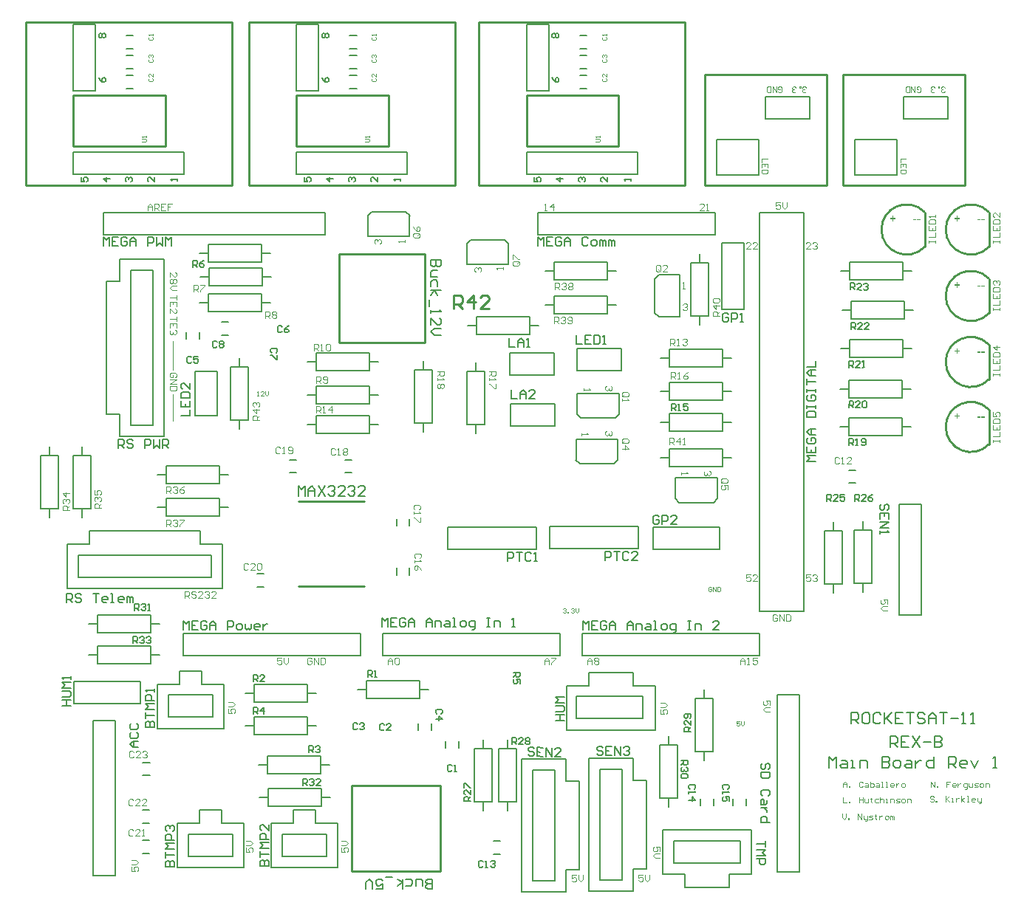
<source format=gto>
%FSLAX25Y25*%
%MOIN*%
G70*
G01*
G75*
G04 Layer_Color=65535*
%ADD10R,0.01575X0.01969*%
%ADD11R,0.01969X0.12992*%
%ADD12R,0.05118X0.12992*%
%ADD13R,0.04724X0.03150*%
%ADD14R,0.04724X0.04724*%
%ADD15R,0.04331X0.06693*%
%ADD16R,0.04750X0.01600*%
%ADD17R,0.06693X0.04331*%
%ADD18R,0.03543X0.03150*%
%ADD19R,0.03150X0.03543*%
%ADD20O,0.12047X0.03504*%
%ADD21R,0.33622X0.21063*%
%ADD22O,0.03504X0.12047*%
%ADD23R,0.21063X0.33622*%
%ADD24R,0.26772X0.07087*%
%ADD25C,0.01000*%
%ADD26C,0.05906*%
%ADD27R,0.05906X0.05906*%
%ADD28C,0.19400*%
%ADD29R,0.05906X0.05906*%
%ADD30C,0.05512*%
%ADD31O,0.03937X0.07874*%
%ADD32O,0.03937X0.07874*%
%ADD33C,0.06000*%
%ADD34O,0.07874X0.03937*%
%ADD35O,0.07874X0.03937*%
%ADD36C,0.05000*%
%ADD37C,0.02598*%
%ADD38C,0.00500*%
%ADD39C,0.00787*%
%ADD40C,0.00300*%
%ADD41C,0.00400*%
%ADD42C,0.00333*%
%ADD43C,0.00750*%
G36*
X465433Y306154D02*
X463973D01*
Y306626D01*
X465433D01*
Y306154D01*
D02*
G37*
G36*
X467220D02*
X465760D01*
Y306626D01*
X467220D01*
Y306154D01*
D02*
G37*
G36*
X454987Y277115D02*
X456031D01*
Y276676D01*
X454987D01*
Y275622D01*
X454543D01*
Y276676D01*
X453500D01*
Y277115D01*
X454543D01*
Y278158D01*
X454987D01*
Y277115D01*
D02*
G37*
G36*
Y307115D02*
X456031D01*
Y306676D01*
X454987D01*
Y305622D01*
X454543D01*
Y306676D01*
X453500D01*
Y307115D01*
X454543D01*
Y308158D01*
X454987D01*
Y307115D01*
D02*
G37*
G36*
X425987D02*
X427031D01*
Y306676D01*
X425987D01*
Y305622D01*
X425543D01*
Y306676D01*
X424500D01*
Y307115D01*
X425543D01*
Y308158D01*
X425987D01*
Y307115D01*
D02*
G37*
G36*
X436433Y306154D02*
X434973D01*
Y306626D01*
X436433D01*
Y306154D01*
D02*
G37*
G36*
X438220D02*
X436760D01*
Y306626D01*
X438220D01*
Y306154D01*
D02*
G37*
G36*
X465433Y276154D02*
X463973D01*
Y276626D01*
X465433D01*
Y276154D01*
D02*
G37*
G36*
X454987Y217954D02*
X456031D01*
Y217515D01*
X454987D01*
Y216461D01*
X454543D01*
Y217515D01*
X453500D01*
Y217954D01*
X454543D01*
Y218997D01*
X454987D01*
Y217954D01*
D02*
G37*
G36*
X465433Y216994D02*
X463973D01*
Y217465D01*
X465433D01*
Y216994D01*
D02*
G37*
G36*
X467220D02*
X465760D01*
Y217465D01*
X467220D01*
Y216994D01*
D02*
G37*
G36*
Y246334D02*
X465760D01*
Y246806D01*
X467220D01*
Y246334D01*
D02*
G37*
G36*
Y276154D02*
X465760D01*
Y276626D01*
X467220D01*
Y276154D01*
D02*
G37*
G36*
X454987Y247294D02*
X456031D01*
Y246855D01*
X454987D01*
Y245801D01*
X454543D01*
Y246855D01*
X453500D01*
Y247294D01*
X454543D01*
Y248337D01*
X454987D01*
Y247294D01*
D02*
G37*
G36*
X465433Y246334D02*
X463973D01*
Y246806D01*
X465433D01*
Y246334D01*
D02*
G37*
D25*
X469000Y220839D02*
G03*
X469254Y205101I-8000J-8000D01*
G01*
X469000Y250179D02*
G03*
X469254Y234441I-8000J-8000D01*
G01*
X469000Y280000D02*
G03*
X469254Y264262I-8000J-8000D01*
G01*
X469000Y310000D02*
G03*
X469254Y294262I-8000J-8000D01*
G01*
X440000Y310000D02*
G03*
X440254Y294262I-8000J-8000D01*
G01*
X403376Y322000D02*
Y372000D01*
Y322000D02*
X458377D01*
Y372000D01*
X403376D02*
X458377D01*
X340890Y322000D02*
Y372000D01*
Y322000D02*
X395890D01*
Y372000D01*
X340890D02*
X395890D01*
X260623Y339500D02*
Y362500D01*
X302123D01*
Y339500D02*
Y362500D01*
X260623Y339500D02*
X302123D01*
X239123Y395500D02*
X332123D01*
X239123Y322000D02*
X332123D01*
Y395500D01*
X239123Y322000D02*
Y395500D01*
X156815Y339500D02*
Y362500D01*
X198315D01*
Y339500D02*
Y362500D01*
X156815Y339500D02*
X198315D01*
X135315Y395500D02*
X228315D01*
X135315Y322000D02*
X228315D01*
Y395500D01*
X135315Y322000D02*
Y395500D01*
X56000Y339500D02*
Y362500D01*
X97500D01*
Y339500D02*
Y362500D01*
X56000Y339500D02*
X97500D01*
X34500Y395500D02*
X127500D01*
X34500Y322000D02*
X127500D01*
Y395500D01*
X34500Y322000D02*
Y395500D01*
X157798Y179221D02*
X187298Y179222D01*
X157798Y140962D02*
X187298D01*
X214749Y250975D02*
Y290975D01*
X175949Y250975D02*
X214749D01*
X175949D02*
Y290975D01*
X214749D01*
X181494Y12177D02*
X221494D01*
X181494D02*
Y50977D01*
X221494D01*
Y12177D02*
Y50977D01*
X469254Y205101D02*
Y220601D01*
Y234441D02*
Y249941D01*
Y264262D02*
Y279762D01*
Y294262D02*
Y309762D01*
X440254Y294262D02*
Y309762D01*
X227800Y266128D02*
Y272126D01*
X230799D01*
X231799Y271126D01*
Y269127D01*
X230799Y268127D01*
X227800D01*
X229799D02*
X231799Y266128D01*
X236797D02*
Y272126D01*
X233798Y269127D01*
X237797D01*
X243795Y266128D02*
X239796D01*
X243795Y270126D01*
Y271126D01*
X242795Y272126D01*
X240796D01*
X239796Y271126D01*
D38*
X430660Y352000D02*
X450660D01*
Y362000D01*
X430660D02*
X450660D01*
X430660Y352000D02*
Y362000D01*
X408660Y326500D02*
Y342500D01*
X427660D01*
Y326500D02*
Y342500D01*
X408660Y326500D02*
X427660D01*
X346173D02*
Y342500D01*
X365173D01*
Y326500D02*
Y342500D01*
X346173Y326500D02*
X365173D01*
X368173Y352000D02*
X388173D01*
Y362000D01*
X368173D02*
X388173D01*
X368173Y352000D02*
Y362000D01*
X314579Y43212D02*
Y53212D01*
X308579D02*
Y63212D01*
Y53212D02*
X314579D01*
X288579Y63212D02*
X308579D01*
X288579Y53212D02*
Y63212D01*
X284401Y43026D02*
Y53026D01*
X278401D02*
X284401D01*
X258401D02*
Y63026D01*
X278401Y53026D02*
Y63026D01*
X258401D02*
X278401D01*
X123274Y139809D02*
Y159809D01*
X113274D02*
X123274D01*
X113274D02*
Y165809D01*
X63274D02*
X113274D01*
X63274Y159809D02*
Y165809D01*
X53274Y159809D02*
X63274D01*
X53274Y139809D02*
Y159809D01*
Y139809D02*
X123274D01*
X97142Y208702D02*
Y288702D01*
X71142Y218702D02*
Y278702D01*
X77142D01*
Y288702D01*
X97142D01*
X321838Y10877D02*
Y30877D01*
Y10877D02*
X331838D01*
Y4877D02*
Y10877D01*
Y4877D02*
X351838D01*
Y10877D02*
X361838D01*
Y30877D01*
X321838D02*
X361838D01*
X77142Y208702D02*
X97142D01*
X77142D02*
Y218702D01*
X71142D02*
X77142D01*
X288579Y3212D02*
Y53212D01*
X314579Y13212D02*
Y43212D01*
X308579Y13212D02*
X314579D01*
X308579Y3212D02*
Y13212D01*
X288579Y3212D02*
X308579D01*
X258401Y3026D02*
Y53026D01*
X284401Y13026D02*
Y43026D01*
X278401Y13026D02*
X284401D01*
X278401Y3026D02*
Y13026D01*
X258401Y3026D02*
X278401D01*
X94049Y76564D02*
X124049D01*
X94049D02*
Y96564D01*
X104049D01*
Y102564D01*
X114049D01*
Y96564D02*
Y102564D01*
Y96564D02*
X124049D01*
Y76564D02*
Y96564D01*
X175492Y14034D02*
Y34034D01*
X165492D02*
X175492D01*
X165492D02*
Y40034D01*
X155492D02*
X165492D01*
X155492Y34034D02*
Y40034D01*
X145492Y34034D02*
X155492D01*
X145492Y14034D02*
Y34034D01*
Y14034D02*
X175492D01*
X132886Y13922D02*
Y33922D01*
X122886D02*
X132886D01*
X122886D02*
Y39922D01*
X112886D02*
X122886D01*
X112886Y33922D02*
Y39922D01*
X102886Y33922D02*
X112886D01*
X102886Y13922D02*
Y33922D01*
Y13922D02*
X132886D01*
X278633Y75837D02*
X318633D01*
X278633D02*
Y95837D01*
X288633D01*
Y101837D01*
X308633D01*
Y95837D02*
Y101837D01*
Y95837D02*
X318633D01*
Y75837D02*
Y95837D01*
X351838Y4877D02*
Y10877D01*
X264124Y325499D02*
Y323500D01*
X265623D01*
X265123Y324500D01*
Y324999D01*
X265623Y325499D01*
X266623D01*
X267123Y324999D01*
Y324000D01*
X266623Y323500D01*
X307623Y324000D02*
Y325000D01*
Y324500D01*
X304624D01*
X305123Y324000D01*
X297123Y325499D02*
Y323500D01*
X295123Y325499D01*
X294623D01*
X294124Y324999D01*
Y324000D01*
X294623Y323500D01*
X284624D02*
X284124Y324000D01*
Y324999D01*
X284624Y325499D01*
X285123D01*
X285623Y324999D01*
Y324500D01*
Y324999D01*
X286123Y325499D01*
X286623D01*
X287123Y324999D01*
Y324000D01*
X286623Y323500D01*
X277123Y324999D02*
X274124D01*
X275623Y323500D01*
Y325499D01*
X272124Y370499D02*
X272623Y369500D01*
X273623Y368500D01*
X274623D01*
X275123Y369000D01*
Y370000D01*
X274623Y370499D01*
X274123D01*
X273623Y370000D01*
Y368500D01*
X272623Y388500D02*
X272124Y389000D01*
Y390000D01*
X272623Y390499D01*
X273123D01*
X273623Y390000D01*
X274123Y390499D01*
X274623D01*
X275123Y390000D01*
Y389000D01*
X274623Y388500D01*
X274123D01*
X273623Y389000D01*
X273123Y388500D01*
X272623D01*
X273623Y389000D02*
Y390000D01*
X160316Y325499D02*
Y323500D01*
X161816D01*
X161316Y324500D01*
Y324999D01*
X161816Y325499D01*
X162816D01*
X163315Y324999D01*
Y324000D01*
X162816Y323500D01*
X203815Y324000D02*
Y325000D01*
Y324500D01*
X200816D01*
X201316Y324000D01*
X193315Y325499D02*
Y323500D01*
X191316Y325499D01*
X190816D01*
X190316Y324999D01*
Y324000D01*
X190816Y323500D01*
X180816D02*
X180316Y324000D01*
Y324999D01*
X180816Y325499D01*
X181316D01*
X181816Y324999D01*
Y324500D01*
Y324999D01*
X182316Y325499D01*
X182816D01*
X183315Y324999D01*
Y324000D01*
X182816Y323500D01*
X173315Y324999D02*
X170316D01*
X171816Y323500D01*
Y325499D01*
X168316Y370499D02*
X168816Y369500D01*
X169816Y368500D01*
X170816D01*
X171315Y369000D01*
Y370000D01*
X170816Y370499D01*
X170316D01*
X169816Y370000D01*
Y368500D01*
X168816Y388500D02*
X168316Y389000D01*
Y390000D01*
X168816Y390499D01*
X169316D01*
X169816Y390000D01*
X170316Y390499D01*
X170816D01*
X171315Y390000D01*
Y389000D01*
X170816Y388500D01*
X170316D01*
X169816Y389000D01*
X169316Y388500D01*
X168816D01*
X169816Y389000D02*
Y390000D01*
X59501Y325499D02*
Y323500D01*
X61001D01*
X60501Y324500D01*
Y324999D01*
X61001Y325499D01*
X62000D01*
X62500Y324999D01*
Y324000D01*
X62000Y323500D01*
X103000Y324000D02*
Y325000D01*
Y324500D01*
X100001D01*
X100501Y324000D01*
X92500Y325499D02*
Y323500D01*
X90501Y325499D01*
X90001D01*
X89501Y324999D01*
Y324000D01*
X90001Y323500D01*
X80001D02*
X79501Y324000D01*
Y324999D01*
X80001Y325499D01*
X80501D01*
X81001Y324999D01*
Y324500D01*
Y324999D01*
X81500Y325499D01*
X82000D01*
X82500Y324999D01*
Y324000D01*
X82000Y323500D01*
X72500Y324999D02*
X69501D01*
X71000Y323500D01*
Y325499D01*
X67501Y370499D02*
X68001Y369500D01*
X69001Y368500D01*
X70000D01*
X70500Y369000D01*
Y370000D01*
X70000Y370499D01*
X69500D01*
X69001Y370000D01*
Y368500D01*
X68001Y388500D02*
X67501Y389000D01*
Y390000D01*
X68001Y390499D01*
X68501D01*
X69001Y390000D01*
X69500Y390499D01*
X70000D01*
X70500Y390000D01*
Y389000D01*
X70000Y388500D01*
X69500D01*
X69001Y389000D01*
X68501Y388500D01*
X68001D01*
X69001Y389000D02*
Y390000D01*
X97628Y14266D02*
X101626D01*
Y16266D01*
X100960Y16932D01*
X100294D01*
X99627Y16266D01*
Y14266D01*
Y16266D01*
X98961Y16932D01*
X98294D01*
X97628Y16266D01*
Y14266D01*
Y18265D02*
Y20931D01*
Y19598D01*
X101626D01*
Y22264D02*
X97628D01*
X98961Y23597D01*
X97628Y24930D01*
X101626D01*
Y26263D02*
X97628D01*
Y28262D01*
X98294Y28928D01*
X99627D01*
X100294Y28262D01*
Y26263D01*
X98294Y30261D02*
X97628Y30928D01*
Y32261D01*
X98294Y32927D01*
X98961D01*
X99627Y32261D01*
Y31594D01*
Y32261D01*
X100294Y32927D01*
X100960D01*
X101626Y32261D01*
Y30928D01*
X100960Y30261D01*
X140296Y14727D02*
X144294D01*
Y16726D01*
X143628Y17392D01*
X142962D01*
X142295Y16726D01*
Y14727D01*
Y16726D01*
X141629Y17392D01*
X140962D01*
X140296Y16726D01*
Y14727D01*
Y18725D02*
Y21391D01*
Y20058D01*
X144294D01*
Y22724D02*
X140296D01*
X141629Y24057D01*
X140296Y25390D01*
X144294D01*
Y26723D02*
X140296D01*
Y28722D01*
X140962Y29388D01*
X142295D01*
X142962Y28722D01*
Y26723D01*
X144294Y33387D02*
Y30721D01*
X141629Y33387D01*
X140962D01*
X140296Y32721D01*
Y31388D01*
X140962Y30721D01*
X368337Y25877D02*
Y23211D01*
Y24544D01*
X364338D01*
Y21878D02*
X368337D01*
X367004Y20545D01*
X368337Y19212D01*
X364338D01*
Y17879D02*
X368337D01*
Y15880D01*
X367670Y15213D01*
X366337D01*
X365671Y15880D01*
Y17879D01*
X295112Y67831D02*
X294446Y68497D01*
X293113D01*
X292446Y67831D01*
Y67164D01*
X293113Y66498D01*
X294446D01*
X295112Y65831D01*
Y65165D01*
X294446Y64499D01*
X293113D01*
X292446Y65165D01*
X299111Y68497D02*
X296445D01*
Y64499D01*
X299111D01*
X296445Y66498D02*
X297778D01*
X300444Y64499D02*
Y68497D01*
X303110Y64499D01*
Y68497D01*
X304443Y67831D02*
X305109Y68497D01*
X306442D01*
X307108Y67831D01*
Y67164D01*
X306442Y66498D01*
X305775D01*
X306442D01*
X307108Y65831D01*
Y65165D01*
X306442Y64499D01*
X305109D01*
X304443Y65165D01*
X263929Y67493D02*
X263275Y68173D01*
X261943Y68199D01*
X261263Y67546D01*
X261250Y66879D01*
X261903Y66200D01*
X263236Y66174D01*
X263889Y65494D01*
X263876Y64828D01*
X263197Y64175D01*
X261864Y64201D01*
X261211Y64880D01*
X267939Y68081D02*
X265274Y68133D01*
X265196Y64136D01*
X267861Y64083D01*
X265235Y66135D02*
X266568Y66108D01*
X269194Y64057D02*
X269272Y68055D01*
X271859Y64005D01*
X271937Y68003D01*
X275857Y63927D02*
X273192Y63979D01*
X275909Y66592D01*
X275922Y67258D01*
X275269Y67937D01*
X273936Y67964D01*
X273257Y67310D01*
X85492Y68285D02*
X82826D01*
X81493Y69618D01*
X82826Y70951D01*
X85492D01*
X83492D01*
Y68285D01*
X82159Y74949D02*
X81493Y74283D01*
Y72950D01*
X82159Y72284D01*
X84825D01*
X85492Y72950D01*
Y74283D01*
X84825Y74949D01*
X82159Y78948D02*
X81493Y78282D01*
Y76949D01*
X82159Y76282D01*
X84825D01*
X85492Y76949D01*
Y78282D01*
X84825Y78948D01*
X391142Y197202D02*
X387143D01*
X388476Y198535D01*
X387143Y199868D01*
X391142D01*
X387143Y203867D02*
Y201201D01*
X391142D01*
Y203867D01*
X389143Y201201D02*
Y202534D01*
X387810Y207866D02*
X387143Y207199D01*
Y205866D01*
X387810Y205200D01*
X390476D01*
X391142Y205866D01*
Y207199D01*
X390476Y207866D01*
X389143D01*
Y206533D01*
X391142Y209198D02*
X388476D01*
X387143Y210531D01*
X388476Y211864D01*
X391142D01*
X389143D01*
Y209198D01*
X387143Y217196D02*
X391142D01*
Y219195D01*
X390476Y219862D01*
X387810D01*
X387143Y219195D01*
Y217196D01*
Y221195D02*
Y222527D01*
Y221861D01*
X391142D01*
Y221195D01*
Y222527D01*
X387810Y227192D02*
X387143Y226526D01*
Y225193D01*
X387810Y224527D01*
X390476D01*
X391142Y225193D01*
Y226526D01*
X390476Y227192D01*
X389143D01*
Y225860D01*
X387143Y228525D02*
Y229858D01*
Y229192D01*
X391142D01*
Y228525D01*
Y229858D01*
X387143Y231858D02*
Y234524D01*
Y233191D01*
X391142D01*
Y235856D02*
X388476D01*
X387143Y237189D01*
X388476Y238522D01*
X391142D01*
X389143D01*
Y235856D01*
X387143Y239855D02*
X391142D01*
Y242521D01*
X265642Y294702D02*
Y298701D01*
X266975Y297368D01*
X268308Y298701D01*
Y294702D01*
X272306Y298701D02*
X269641D01*
Y294702D01*
X272306D01*
X269641Y296702D02*
X270974D01*
X276305Y298035D02*
X275639Y298701D01*
X274306D01*
X273639Y298035D01*
Y295369D01*
X274306Y294702D01*
X275639D01*
X276305Y295369D01*
Y296702D01*
X274972D01*
X277638Y294702D02*
Y297368D01*
X278971Y298701D01*
X280304Y297368D01*
Y294702D01*
Y296702D01*
X277638D01*
X288301Y298035D02*
X287635Y298701D01*
X286302D01*
X285635Y298035D01*
Y295369D01*
X286302Y294702D01*
X287635D01*
X288301Y295369D01*
X290301Y294702D02*
X291634D01*
X292300Y295369D01*
Y296702D01*
X291634Y297368D01*
X290301D01*
X289634Y296702D01*
Y295369D01*
X290301Y294702D01*
X293633D02*
Y297368D01*
X294299D01*
X294966Y296702D01*
Y294702D01*
Y296702D01*
X295632Y297368D01*
X296299Y296702D01*
Y294702D01*
X297632D02*
Y297368D01*
X298298D01*
X298965Y296702D01*
Y294702D01*
Y296702D01*
X299631Y297368D01*
X300297Y296702D01*
Y294702D01*
X69642D02*
Y298701D01*
X70975Y297368D01*
X72308Y298701D01*
Y294702D01*
X76306Y298701D02*
X73641D01*
Y294702D01*
X76306D01*
X73641Y296702D02*
X74974D01*
X80305Y298035D02*
X79639Y298701D01*
X78306D01*
X77639Y298035D01*
Y295369D01*
X78306Y294702D01*
X79639D01*
X80305Y295369D01*
Y296702D01*
X78972D01*
X81638Y294702D02*
Y297368D01*
X82971Y298701D01*
X84304Y297368D01*
Y294702D01*
Y296702D01*
X81638D01*
X89635Y294702D02*
Y298701D01*
X91635D01*
X92301Y298035D01*
Y296702D01*
X91635Y296035D01*
X89635D01*
X93634Y298701D02*
Y294702D01*
X94967Y296035D01*
X96300Y294702D01*
Y298701D01*
X97633Y294702D02*
Y298701D01*
X98966Y297368D01*
X100299Y298701D01*
Y294702D01*
X105642Y121202D02*
Y125201D01*
X106975Y123868D01*
X108308Y125201D01*
Y121202D01*
X112306Y125201D02*
X109641D01*
Y121202D01*
X112306D01*
X109641Y123202D02*
X110974D01*
X116305Y124534D02*
X115639Y125201D01*
X114306D01*
X113639Y124534D01*
Y121869D01*
X114306Y121202D01*
X115639D01*
X116305Y121869D01*
Y123202D01*
X114972D01*
X117638Y121202D02*
Y123868D01*
X118971Y125201D01*
X120304Y123868D01*
Y121202D01*
Y123202D01*
X117638D01*
X125636Y121202D02*
Y125201D01*
X127635D01*
X128301Y124534D01*
Y123202D01*
X127635Y122535D01*
X125636D01*
X130301Y121202D02*
X131634D01*
X132300Y121869D01*
Y123202D01*
X131634Y123868D01*
X130301D01*
X129634Y123202D01*
Y121869D01*
X130301Y121202D01*
X133633Y123868D02*
Y121869D01*
X134299Y121202D01*
X134966Y121869D01*
X135632Y121202D01*
X136299Y121869D01*
Y123868D01*
X139631Y121202D02*
X138298D01*
X137632Y121869D01*
Y123202D01*
X138298Y123868D01*
X139631D01*
X140297Y123202D01*
Y122535D01*
X137632D01*
X141630Y123868D02*
Y121202D01*
Y122535D01*
X142297Y123202D01*
X142963Y123868D01*
X143630D01*
X76360Y203251D02*
Y207249D01*
X78360D01*
X79026Y206583D01*
Y205250D01*
X78360Y204583D01*
X76360D01*
X77693D02*
X79026Y203251D01*
X83025Y206583D02*
X82358Y207249D01*
X81025D01*
X80359Y206583D01*
Y205916D01*
X81025Y205250D01*
X82358D01*
X83025Y204583D01*
Y203917D01*
X82358Y203251D01*
X81025D01*
X80359Y203917D01*
X88356Y203251D02*
Y207249D01*
X90356D01*
X91022Y206583D01*
Y205250D01*
X90356Y204583D01*
X88356D01*
X92355Y207249D02*
Y203251D01*
X93688Y204583D01*
X95021Y203251D01*
Y207249D01*
X96354Y203251D02*
Y207249D01*
X98353D01*
X99020Y206583D01*
Y205250D01*
X98353Y204583D01*
X96354D01*
X97687D02*
X99020Y203251D01*
X369622Y58208D02*
X370288Y58874D01*
Y60207D01*
X369622Y60874D01*
X368955D01*
X368289Y60207D01*
Y58874D01*
X367623Y58208D01*
X366956D01*
X366290Y58874D01*
Y60207D01*
X366956Y60874D01*
X370288Y56875D02*
X366290D01*
Y54876D01*
X366956Y54209D01*
X369622D01*
X370288Y54876D01*
Y56875D01*
X369622Y46212D02*
X370288Y46878D01*
Y48211D01*
X369622Y48878D01*
X366956D01*
X366290Y48211D01*
Y46878D01*
X366956Y46212D01*
X368955Y44213D02*
Y42880D01*
X368289Y42213D01*
X366290D01*
Y44213D01*
X366956Y44879D01*
X367623Y44213D01*
Y42213D01*
X368955Y40880D02*
X366290D01*
X367623D01*
X368289Y40214D01*
X368955Y39547D01*
Y38881D01*
X370288Y34216D02*
X366290D01*
Y36215D01*
X366956Y36882D01*
X368289D01*
X368955Y36215D01*
Y34216D01*
X226941Y59928D02*
X226442Y60428D01*
X225442D01*
X224942Y59928D01*
Y57929D01*
X225442Y57429D01*
X226442D01*
X226941Y57929D01*
X227941Y57429D02*
X228941D01*
X228441D01*
Y60428D01*
X227941Y59928D01*
X196476Y78428D02*
X195976Y78928D01*
X194976D01*
X194476Y78428D01*
Y76429D01*
X194976Y75929D01*
X195976D01*
X196476Y76429D01*
X199475Y75929D02*
X197475D01*
X199475Y77928D01*
Y78428D01*
X198975Y78928D01*
X197975D01*
X197475Y78428D01*
X184277Y78767D02*
X183777Y79267D01*
X182778D01*
X182278Y78767D01*
Y76767D01*
X182778Y76268D01*
X183777D01*
X184277Y76767D01*
X185277Y78767D02*
X185777Y79267D01*
X186776D01*
X187276Y78767D01*
Y78267D01*
X186776Y77767D01*
X186276D01*
X186776D01*
X187276Y77267D01*
Y76767D01*
X186776Y76268D01*
X185777D01*
X185277Y76767D01*
X222018Y83410D02*
X222518Y83910D01*
Y84909D01*
X222018Y85409D01*
X220019D01*
X219519Y84909D01*
Y83910D01*
X220019Y83410D01*
X219519Y80911D02*
X222518D01*
X221019Y82410D01*
Y80411D01*
X109466Y244203D02*
X108966Y244703D01*
X107966D01*
X107466Y244203D01*
Y242204D01*
X107966Y241704D01*
X108966D01*
X109466Y242204D01*
X112464Y244703D02*
X110465D01*
Y243204D01*
X111465Y243704D01*
X111965D01*
X112464Y243204D01*
Y242204D01*
X111965Y241704D01*
X110965D01*
X110465Y242204D01*
X150298Y258032D02*
X149798Y258531D01*
X148798D01*
X148298Y258032D01*
Y256032D01*
X148798Y255532D01*
X149798D01*
X150298Y256032D01*
X153297Y258531D02*
X152297Y258032D01*
X151297Y257032D01*
Y256032D01*
X151797Y255532D01*
X152797D01*
X153297Y256032D01*
Y256532D01*
X152797Y257032D01*
X151297D01*
X147536Y246358D02*
X148036Y246858D01*
Y247857D01*
X147536Y248357D01*
X145537D01*
X145037Y247857D01*
Y246858D01*
X145537Y246358D01*
X148036Y245358D02*
Y243359D01*
X147536D01*
X145537Y245358D01*
X145037D01*
X120945Y251248D02*
X120446Y251748D01*
X119446D01*
X118946Y251248D01*
Y249249D01*
X119446Y248749D01*
X120446D01*
X120945Y249249D01*
X121945Y251248D02*
X122445Y251748D01*
X123445D01*
X123944Y251248D01*
Y250748D01*
X123445Y250248D01*
X123944Y249748D01*
Y249249D01*
X123445Y248749D01*
X122445D01*
X121945Y249249D01*
Y249748D01*
X122445Y250248D01*
X121945Y250748D01*
Y251248D01*
X122445Y250248D02*
X123445D01*
X240941Y16499D02*
X240441Y16999D01*
X239442D01*
X238942Y16499D01*
Y14500D01*
X239442Y14000D01*
X240441D01*
X240941Y14500D01*
X241941Y14000D02*
X242940D01*
X242441D01*
Y16999D01*
X241941Y16499D01*
X244440D02*
X244940Y16999D01*
X245939D01*
X246439Y16499D01*
Y15999D01*
X245939Y15499D01*
X245440D01*
X245939D01*
X246439Y15000D01*
Y14500D01*
X245939Y14000D01*
X244940D01*
X244440Y14500D01*
X336222Y49440D02*
X336721Y49940D01*
Y50940D01*
X336222Y51440D01*
X334222D01*
X333722Y50940D01*
Y49940D01*
X334222Y49440D01*
X333722Y48441D02*
Y47441D01*
Y47941D01*
X336721D01*
X336222Y48441D01*
X333722Y44442D02*
X336721D01*
X335222Y45941D01*
Y43942D01*
X351475Y49440D02*
X351975Y49940D01*
Y50940D01*
X351475Y51440D01*
X349476D01*
X348976Y50940D01*
Y49940D01*
X349476Y49440D01*
X348976Y48441D02*
Y47441D01*
Y47941D01*
X351975D01*
X351475Y48441D01*
X351975Y43942D02*
Y45941D01*
X350475D01*
X350975Y44942D01*
Y44442D01*
X350475Y43942D01*
X349476D01*
X348976Y44442D01*
Y45441D01*
X349476Y45941D01*
X351771Y263746D02*
X351105Y264413D01*
X349772D01*
X349106Y263746D01*
Y261081D01*
X349772Y260414D01*
X351105D01*
X351771Y261081D01*
Y262414D01*
X350438D01*
X353104Y260414D02*
Y264413D01*
X355104D01*
X355770Y263746D01*
Y262414D01*
X355104Y261747D01*
X353104D01*
X357103Y260414D02*
X358436D01*
X357769D01*
Y264413D01*
X357103Y263746D01*
X320426Y172417D02*
X319760Y173084D01*
X318427D01*
X317760Y172417D01*
Y169752D01*
X318427Y169085D01*
X319760D01*
X320426Y169752D01*
Y171084D01*
X319093D01*
X321759Y169085D02*
Y173084D01*
X323759D01*
X324425Y172417D01*
Y171084D01*
X323759Y170418D01*
X321759D01*
X328424Y169085D02*
X325758D01*
X328424Y171751D01*
Y172417D01*
X327757Y173084D01*
X326424D01*
X325758Y172417D01*
X252752Y252872D02*
Y248874D01*
X255418D01*
X256751D02*
Y251539D01*
X258084Y252872D01*
X259417Y251539D01*
Y248874D01*
Y250873D01*
X256751D01*
X260750Y248874D02*
X262083D01*
X261416D01*
Y252872D01*
X260750Y252206D01*
X253631Y229582D02*
Y225583D01*
X256297D01*
X257630D02*
Y228249D01*
X258963Y229582D01*
X260296Y228249D01*
Y225583D01*
Y227582D01*
X257630D01*
X264295Y225583D02*
X261629D01*
X264295Y228249D01*
Y228915D01*
X263628Y229582D01*
X262295D01*
X261629Y228915D01*
X283074Y254177D02*
Y250178D01*
X285740D01*
X289739Y254177D02*
X287073D01*
Y250178D01*
X289739D01*
X287073Y252177D02*
X288406D01*
X291072Y254177D02*
Y250178D01*
X293071D01*
X293737Y250845D01*
Y253510D01*
X293071Y254177D01*
X291072D01*
X295070Y250178D02*
X296403D01*
X295737D01*
Y254177D01*
X295070Y253510D01*
X104531Y218059D02*
X108529D01*
Y220725D01*
X104531Y224723D02*
Y222058D01*
X108529D01*
Y224723D01*
X106530Y222058D02*
Y223391D01*
X104531Y226056D02*
X108529D01*
Y228056D01*
X107863Y228722D01*
X105197D01*
X104531Y228056D01*
Y226056D01*
X108529Y232721D02*
Y230055D01*
X105864Y232721D01*
X105197D01*
X104531Y232054D01*
Y230721D01*
X105197Y230055D01*
X252029Y152228D02*
Y156227D01*
X254028D01*
X254695Y155561D01*
Y154228D01*
X254028Y153561D01*
X252029D01*
X256028Y156227D02*
X258694D01*
X257361D01*
Y152228D01*
X262692Y155561D02*
X262026Y156227D01*
X260693D01*
X260026Y155561D01*
Y152895D01*
X260693Y152228D01*
X262026D01*
X262692Y152895D01*
X264025Y152228D02*
X265358D01*
X264692D01*
Y156227D01*
X264025Y155561D01*
X295902Y152711D02*
Y156710D01*
X297901D01*
X298568Y156044D01*
Y154711D01*
X297901Y154044D01*
X295902D01*
X299901Y156710D02*
X302567D01*
X301234D01*
Y152711D01*
X306565Y156044D02*
X305899Y156710D01*
X304566D01*
X303900Y156044D01*
Y153378D01*
X304566Y152711D01*
X305899D01*
X306565Y153378D01*
X310564Y152711D02*
X307898D01*
X310564Y155377D01*
Y156044D01*
X309898Y156710D01*
X308565D01*
X307898Y156044D01*
X188896Y99983D02*
Y102982D01*
X190396D01*
X190896Y102482D01*
Y101482D01*
X190396Y100983D01*
X188896D01*
X189896D02*
X190896Y99983D01*
X191895D02*
X192895D01*
X192395D01*
Y102982D01*
X191895Y102482D01*
X137162Y97884D02*
Y100883D01*
X138661D01*
X139161Y100383D01*
Y99383D01*
X138661Y98884D01*
X137162D01*
X138162D02*
X139161Y97884D01*
X142160D02*
X140161D01*
X142160Y99883D01*
Y100383D01*
X141660Y100883D01*
X140661D01*
X140161Y100383D01*
X162366Y65934D02*
Y68933D01*
X163865D01*
X164365Y68433D01*
Y67433D01*
X163865Y66934D01*
X162366D01*
X163365D02*
X164365Y65934D01*
X165365Y68433D02*
X165864Y68933D01*
X166864D01*
X167364Y68433D01*
Y67933D01*
X166864Y67433D01*
X166364D01*
X166864D01*
X167364Y66934D01*
Y66434D01*
X166864Y65934D01*
X165864D01*
X165365Y66434D01*
X137380Y83214D02*
Y86213D01*
X138880D01*
X139380Y85713D01*
Y84714D01*
X138880Y84214D01*
X137380D01*
X138380D02*
X139380Y83214D01*
X141879D02*
Y86213D01*
X140379Y84714D01*
X142379D01*
X110000Y285000D02*
Y287999D01*
X111500D01*
X111999Y287499D01*
Y286500D01*
X111500Y286000D01*
X110000D01*
X111000D02*
X111999Y285000D01*
X114998Y287999D02*
X113999Y287499D01*
X112999Y286500D01*
Y285500D01*
X113499Y285000D01*
X114499D01*
X114998Y285500D01*
Y286000D01*
X114499Y286500D01*
X112999D01*
X325880Y220377D02*
X325926Y223376D01*
X327425Y223353D01*
X327917Y222845D01*
X327902Y221846D01*
X327394Y221354D01*
X325895Y221377D01*
X326894Y221361D02*
X327879Y220346D01*
X328878Y220331D02*
X329878Y220316D01*
X329378Y220323D01*
X329424Y223322D01*
X328917Y222830D01*
X333422Y223261D02*
X331423Y223291D01*
X331400Y221792D01*
X332407Y222276D01*
X332907Y222269D01*
X333399Y221761D01*
X333384Y220762D01*
X332876Y220270D01*
X331877Y220285D01*
X331385Y220792D01*
X406118Y204490D02*
X406132Y207489D01*
X407632Y207482D01*
X408129Y206980D01*
X408125Y205980D01*
X407623Y205483D01*
X406123Y205489D01*
X407123Y205485D02*
X408118Y204481D01*
X409118Y204476D02*
X410117Y204471D01*
X409617Y204473D01*
X409631Y207472D01*
X409129Y206975D01*
X411619Y204964D02*
X412116Y204462D01*
X413116Y204457D01*
X413618Y204955D01*
X413628Y206954D01*
X413130Y207456D01*
X412130Y207461D01*
X411628Y206963D01*
X411626Y206464D01*
X412123Y205961D01*
X413623Y205955D01*
X406118Y221628D02*
X406166Y224627D01*
X407665Y224603D01*
X408157Y224095D01*
X408141Y223096D01*
X407634Y222604D01*
X406134Y222628D01*
X407134Y222612D02*
X408118Y221596D01*
X411116Y221549D02*
X409117Y221581D01*
X411148Y223548D01*
X411156Y224048D01*
X410664Y224555D01*
X409664Y224571D01*
X409157Y224079D01*
X412155Y224032D02*
X412663Y224524D01*
X413663Y224508D01*
X414154Y224000D01*
X414123Y222001D01*
X413615Y221509D01*
X412616Y221525D01*
X412124Y222033D01*
X412155Y224032D01*
X406118Y239645D02*
X406057Y242644D01*
X407556Y242674D01*
X408066Y242185D01*
X408087Y241185D01*
X407597Y240675D01*
X406098Y240645D01*
X407097Y240665D02*
X408117Y239686D01*
X411116Y239748D02*
X409117Y239707D01*
X411075Y241747D01*
X411064Y242247D01*
X410555Y242736D01*
X409555Y242716D01*
X409066Y242206D01*
X412115Y239769D02*
X413115Y239789D01*
X412615Y239779D01*
X412553Y242777D01*
X412064Y242267D01*
X406997Y256784D02*
Y259783D01*
X408497D01*
X408997Y259283D01*
Y258283D01*
X408497Y257783D01*
X406997D01*
X407997D02*
X408997Y256784D01*
X411996D02*
X409996D01*
X411996Y258783D01*
Y259283D01*
X411496Y259783D01*
X410496D01*
X409996Y259283D01*
X414995Y256784D02*
X412995D01*
X414995Y258783D01*
Y259283D01*
X414495Y259783D01*
X413495D01*
X412995Y259283D01*
X406558Y274801D02*
X406582Y277800D01*
X408081Y277788D01*
X408577Y277284D01*
X408569Y276284D01*
X408065Y275788D01*
X406566Y275800D01*
X407565Y275793D02*
X408557Y274785D01*
X411556Y274761D02*
X409557Y274777D01*
X411572Y276760D01*
X411576Y277260D01*
X411080Y277764D01*
X410080Y277772D01*
X409577Y277276D01*
X412576Y277252D02*
X413080Y277748D01*
X414079Y277740D01*
X414575Y277236D01*
X414571Y276737D01*
X414067Y276241D01*
X413567Y276245D01*
X414067Y276241D01*
X414563Y275737D01*
X414559Y275237D01*
X414055Y274741D01*
X413056Y274749D01*
X412560Y275253D01*
X396011Y179441D02*
Y182440D01*
X397511D01*
X398011Y181941D01*
Y180941D01*
X397511Y180441D01*
X396011D01*
X397011D02*
X398011Y179441D01*
X401010D02*
X399010D01*
X401010Y181441D01*
Y181941D01*
X400510Y182440D01*
X399510D01*
X399010Y181941D01*
X404009Y182440D02*
X402009D01*
Y180941D01*
X403009Y181441D01*
X403509D01*
X404009Y180941D01*
Y179941D01*
X403509Y179441D01*
X402509D01*
X402009Y179941D01*
X408755Y179441D02*
Y182440D01*
X410255D01*
X410754Y181941D01*
Y180941D01*
X410255Y180441D01*
X408755D01*
X409755D02*
X410754Y179441D01*
X413754D02*
X411754D01*
X413754Y181441D01*
Y181941D01*
X413254Y182440D01*
X412254D01*
X411754Y181941D01*
X416753Y182440D02*
X415753Y181941D01*
X414753Y180941D01*
Y179941D01*
X415253Y179441D01*
X416253D01*
X416753Y179941D01*
Y180441D01*
X416253Y180941D01*
X414753D01*
X235452Y43931D02*
X232453D01*
Y45430D01*
X232952Y45930D01*
X233952D01*
X234452Y45430D01*
Y43931D01*
Y44930D02*
X235452Y45930D01*
Y48929D02*
Y46929D01*
X233452Y48929D01*
X232952D01*
X232453Y48429D01*
Y47429D01*
X232952Y46929D01*
X232453Y49929D02*
Y51928D01*
X232952D01*
X234952Y49929D01*
X235452D01*
X254021Y69463D02*
Y72462D01*
X255521D01*
X256021Y71962D01*
Y70963D01*
X255521Y70463D01*
X254021D01*
X255021D02*
X256021Y69463D01*
X259020D02*
X257020D01*
X259020Y71463D01*
Y71962D01*
X258520Y72462D01*
X257520D01*
X257020Y71962D01*
X260019D02*
X260519Y72462D01*
X261519D01*
X262019Y71962D01*
Y71463D01*
X261519Y70963D01*
X262019Y70463D01*
Y69963D01*
X261519Y69463D01*
X260519D01*
X260019Y69963D01*
Y70463D01*
X260519Y70963D01*
X260019Y71463D01*
Y71962D01*
X260519Y70963D02*
X261519D01*
X334758Y75428D02*
X331759D01*
Y76928D01*
X332258Y77428D01*
X333258D01*
X333758Y76928D01*
Y75428D01*
Y76428D02*
X334758Y77428D01*
Y80427D02*
Y78427D01*
X332758Y80427D01*
X332258D01*
X331759Y79927D01*
Y78927D01*
X332258Y78427D01*
X334258Y81426D02*
X334758Y81926D01*
Y82926D01*
X334258Y83426D01*
X332258D01*
X331759Y82926D01*
Y81926D01*
X332258Y81426D01*
X332758D01*
X333258Y81926D01*
Y83426D01*
X330191Y62248D02*
X333190D01*
Y60749D01*
X332690Y60249D01*
X331691D01*
X331191Y60749D01*
Y62248D01*
Y61248D02*
X330191Y60249D01*
X332690Y59249D02*
X333190Y58749D01*
Y57750D01*
X332690Y57250D01*
X332190D01*
X331691Y57750D01*
Y58249D01*
Y57750D01*
X331191Y57250D01*
X330691D01*
X330191Y57750D01*
Y58749D01*
X330691Y59249D01*
X332690Y56250D02*
X333190Y55750D01*
Y54751D01*
X332690Y54251D01*
X330691D01*
X330191Y54751D01*
Y55750D01*
X330691Y56250D01*
X332690D01*
X83735Y129998D02*
Y132997D01*
X85235D01*
X85735Y132497D01*
Y131498D01*
X85235Y130998D01*
X83735D01*
X84735D02*
X85735Y129998D01*
X86734Y132497D02*
X87234Y132997D01*
X88234D01*
X88734Y132497D01*
Y131998D01*
X88234Y131498D01*
X87734D01*
X88234D01*
X88734Y130998D01*
Y130498D01*
X88234Y129998D01*
X87234D01*
X86734Y130498D01*
X89733Y129998D02*
X90733D01*
X90233D01*
Y132997D01*
X89733Y132497D01*
X159564Y51025D02*
Y54024D01*
X161063D01*
X161563Y53524D01*
Y52524D01*
X161063Y52024D01*
X159564D01*
X160564D02*
X161563Y51025D01*
X162563Y53524D02*
X163063Y54024D01*
X164062D01*
X164562Y53524D01*
Y53024D01*
X164062Y52524D01*
X163563D01*
X164062D01*
X164562Y52024D01*
Y51524D01*
X164062Y51025D01*
X163063D01*
X162563Y51524D01*
X167561Y51025D02*
X165562D01*
X167561Y53024D01*
Y53524D01*
X167061Y54024D01*
X166062D01*
X165562Y53524D01*
X83100Y115236D02*
Y118235D01*
X84600D01*
X85099Y117735D01*
Y116736D01*
X84600Y116236D01*
X83100D01*
X84100D02*
X85099Y115236D01*
X86099Y117735D02*
X86599Y118235D01*
X87599D01*
X88099Y117735D01*
Y117235D01*
X87599Y116736D01*
X87099D01*
X87599D01*
X88099Y116236D01*
Y115736D01*
X87599Y115236D01*
X86599D01*
X86099Y115736D01*
X89098Y117735D02*
X89598Y118235D01*
X90598D01*
X91097Y117735D01*
Y117235D01*
X90598Y116736D01*
X90098D01*
X90598D01*
X91097Y116236D01*
Y115736D01*
X90598Y115236D01*
X89598D01*
X89098Y115736D01*
X273622Y80237D02*
X277621D01*
X275622D01*
Y82902D01*
X273622D01*
X277621D01*
X273622Y84235D02*
X276954D01*
X277621Y84902D01*
Y86235D01*
X276954Y86901D01*
X273622D01*
X277621Y88234D02*
X273622D01*
X274955Y89567D01*
X273622Y90900D01*
X277621D01*
X51050Y87002D02*
X55049D01*
X53049D01*
Y89667D01*
X51050D01*
X55049D01*
X51050Y91000D02*
X54382D01*
X55049Y91667D01*
Y93000D01*
X54382Y93666D01*
X51050D01*
X55049Y94999D02*
X51050D01*
X52383Y96332D01*
X51050Y97665D01*
X55049D01*
Y98998D02*
Y100331D01*
Y99664D01*
X51050D01*
X51716Y98998D01*
X286010Y121231D02*
Y125229D01*
X287343Y123896D01*
X288676Y125229D01*
Y121231D01*
X292675Y125229D02*
X290009D01*
Y121231D01*
X292675D01*
X290009Y123230D02*
X291342D01*
X296673Y124563D02*
X296007Y125229D01*
X294674D01*
X294007Y124563D01*
Y121897D01*
X294674Y121231D01*
X296007D01*
X296673Y121897D01*
Y123230D01*
X295340D01*
X298006Y121231D02*
Y123896D01*
X299339Y125229D01*
X300672Y123896D01*
Y121231D01*
Y123230D01*
X298006D01*
X306004Y121231D02*
Y123896D01*
X307336Y125229D01*
X308669Y123896D01*
Y121231D01*
Y123230D01*
X306004D01*
X310002Y121231D02*
Y123896D01*
X312002D01*
X312668Y123230D01*
Y121231D01*
X314668Y123896D02*
X316000D01*
X316667Y123230D01*
Y121231D01*
X314668D01*
X314001Y121897D01*
X314668Y122564D01*
X316667D01*
X318000Y121231D02*
X319333D01*
X318666D01*
Y125229D01*
X318000D01*
X321999Y121231D02*
X323331D01*
X323998Y121897D01*
Y123230D01*
X323331Y123896D01*
X321999D01*
X321332Y123230D01*
Y121897D01*
X321999Y121231D01*
X326664Y119898D02*
X327330D01*
X327996Y120564D01*
Y123896D01*
X325997D01*
X325331Y123230D01*
Y121897D01*
X325997Y121231D01*
X327996D01*
X333328Y125229D02*
X334661D01*
X333995D01*
Y121231D01*
X333328D01*
X334661D01*
X336660D02*
Y123896D01*
X338660D01*
X339326Y123230D01*
Y121231D01*
X347324D02*
X344658D01*
X347324Y123896D01*
Y124563D01*
X346657Y125229D01*
X345324D01*
X344658Y124563D01*
X52987Y133518D02*
Y137516D01*
X54986D01*
X55653Y136850D01*
Y135517D01*
X54986Y134850D01*
X52987D01*
X54320D02*
X55653Y133518D01*
X59651Y136850D02*
X58985Y137516D01*
X57652D01*
X56986Y136850D01*
Y136183D01*
X57652Y135517D01*
X58985D01*
X59651Y134850D01*
Y134184D01*
X58985Y133518D01*
X57652D01*
X56986Y134184D01*
X64983Y137516D02*
X67649D01*
X66316D01*
Y133518D01*
X70981D02*
X69648D01*
X68982Y134184D01*
Y135517D01*
X69648Y136183D01*
X70981D01*
X71648Y135517D01*
Y134850D01*
X68982D01*
X72980Y133518D02*
X74313D01*
X73647D01*
Y137516D01*
X72980D01*
X78312Y133518D02*
X76979D01*
X76313Y134184D01*
Y135517D01*
X76979Y136183D01*
X78312D01*
X78979Y135517D01*
Y134850D01*
X76313D01*
X80311Y133518D02*
Y136183D01*
X80978D01*
X81644Y135517D01*
Y133518D01*
Y135517D01*
X82311Y136183D01*
X82977Y135517D01*
Y133518D01*
X254652Y101957D02*
X257651D01*
Y100458D01*
X257151Y99958D01*
X256151D01*
X255651Y100458D01*
Y101957D01*
Y100958D02*
X254652Y99958D01*
X257651Y96959D02*
Y98958D01*
X256151D01*
X256651Y97958D01*
Y97459D01*
X256151Y96959D01*
X255152D01*
X254652Y97459D01*
Y98458D01*
X255152Y98958D01*
X88709Y77305D02*
X92708D01*
Y79304D01*
X92041Y79971D01*
X91375D01*
X90708Y79304D01*
Y77305D01*
Y79304D01*
X90042Y79971D01*
X89376D01*
X88709Y79304D01*
Y77305D01*
Y81304D02*
Y83970D01*
Y82637D01*
X92708D01*
Y85303D02*
X88709D01*
X90042Y86635D01*
X88709Y87968D01*
X92708D01*
Y89301D02*
X88709D01*
Y91300D01*
X89376Y91967D01*
X90708D01*
X91375Y91300D01*
Y89301D01*
X92708Y93300D02*
Y94633D01*
Y93966D01*
X88709D01*
X89376Y93300D01*
X423332Y175334D02*
X423999Y176001D01*
Y177333D01*
X423332Y178000D01*
X422666D01*
X421999Y177333D01*
Y176001D01*
X421333Y175334D01*
X420666D01*
X420000Y176001D01*
Y177333D01*
X420666Y178000D01*
X423999Y171335D02*
Y174001D01*
X420000D01*
Y171335D01*
X421999Y174001D02*
Y172668D01*
X420000Y170003D02*
X423999D01*
X420000Y167337D01*
X423999D01*
X420000Y166004D02*
Y164671D01*
Y165337D01*
X423999D01*
X423332Y166004D01*
X195312Y122631D02*
Y126630D01*
X196645Y125297D01*
X197978Y126630D01*
Y122631D01*
X201976Y126630D02*
X199311D01*
Y122631D01*
X201976D01*
X199311Y124631D02*
X200644D01*
X205975Y125964D02*
X205309Y126630D01*
X203976D01*
X203309Y125964D01*
Y123298D01*
X203976Y122631D01*
X205309D01*
X205975Y123298D01*
Y124631D01*
X204642D01*
X207308Y122631D02*
Y125297D01*
X208641Y126630D01*
X209974Y125297D01*
Y122631D01*
Y124631D01*
X207308D01*
X215305Y122631D02*
Y125297D01*
X216638Y126630D01*
X217971Y125297D01*
Y122631D01*
Y124631D01*
X215305D01*
X219304Y122631D02*
Y125297D01*
X221304D01*
X221970Y124631D01*
Y122631D01*
X223969Y125297D02*
X225302D01*
X225969Y124631D01*
Y122631D01*
X223969D01*
X223303Y123298D01*
X223969Y123964D01*
X225969D01*
X227302Y122631D02*
X228635D01*
X227968D01*
Y126630D01*
X227302D01*
X231300Y122631D02*
X232633D01*
X233300Y123298D01*
Y124631D01*
X232633Y125297D01*
X231300D01*
X230634Y124631D01*
Y123298D01*
X231300Y122631D01*
X235965Y121298D02*
X236632D01*
X237298Y121965D01*
Y125297D01*
X235299D01*
X234633Y124631D01*
Y123298D01*
X235299Y122631D01*
X237298D01*
X242630Y126630D02*
X243963D01*
X243297D01*
Y122631D01*
X242630D01*
X243963D01*
X245962D02*
Y125297D01*
X247962D01*
X248628Y124631D01*
Y122631D01*
X253960D02*
X255293D01*
X254626D01*
Y126630D01*
X253960Y125964D01*
D39*
X260623Y327000D02*
Y337000D01*
X310623D01*
X260623Y327000D02*
X310623D01*
Y337000D01*
X284548Y389453D02*
X287698D01*
X284548Y383547D02*
X287698D01*
X284548Y365547D02*
X287698D01*
X284548Y371453D02*
X287698D01*
X284548Y380453D02*
X287698D01*
X284548Y374547D02*
X287698D01*
X260623Y364500D02*
Y394500D01*
Y364500D02*
X270623D01*
Y394500D01*
X260623D02*
X270623D01*
X156815Y327000D02*
Y337000D01*
X206815D01*
X156815Y327000D02*
X206815D01*
Y337000D01*
X180741Y389453D02*
X183890D01*
X180741Y383547D02*
X183890D01*
X180741Y365547D02*
X183890D01*
X180741Y371453D02*
X183890D01*
X180741Y380453D02*
X183890D01*
X180741Y374547D02*
X183890D01*
X156815Y364500D02*
Y394500D01*
Y364500D02*
X166815D01*
Y394500D01*
X156815D02*
X166815D01*
X56000Y327000D02*
Y337000D01*
X106000D01*
X56000Y327000D02*
X106000D01*
Y337000D01*
X79925Y389453D02*
X83075D01*
X79925Y383547D02*
X83075D01*
X79925Y365547D02*
X83075D01*
X79925Y371453D02*
X83075D01*
X79925Y380453D02*
X83075D01*
X79925Y374547D02*
X83075D01*
X56000Y364500D02*
Y394500D01*
Y364500D02*
X66000D01*
Y394500D01*
X56000D02*
X66000D01*
X127000Y216000D02*
X135000D01*
X127000D02*
Y240000D01*
X135000D01*
Y216000D02*
Y240000D01*
X131000Y212000D02*
Y216000D01*
Y240000D02*
Y244000D01*
X238000Y254702D02*
Y262702D01*
X262000D01*
Y254702D02*
Y262702D01*
X238000Y254702D02*
X262000D01*
X234000Y258702D02*
X238000D01*
X262000D02*
X266000D01*
X87425Y61381D02*
X90575D01*
X87425Y55475D02*
X90575D01*
X87246Y26165D02*
X90396D01*
X87246Y20260D02*
X90396D01*
X87246Y39827D02*
X90396D01*
X87246Y33921D02*
X90396D01*
X293579Y8212D02*
X303579D01*
X293579D02*
Y58212D01*
X303579Y8212D02*
Y58212D01*
X293579D02*
X303579D01*
X263401Y8026D02*
X273401D01*
X263401D02*
Y58026D01*
X273401Y8026D02*
Y58026D01*
X263401D02*
X273401D01*
X107886Y18922D02*
Y28922D01*
X127886D01*
Y18922D02*
Y28922D01*
X107886Y18922D02*
X127886D01*
X117290Y276679D02*
Y284679D01*
X141290D01*
Y276679D02*
Y284679D01*
X117290Y276679D02*
X141290D01*
X113290Y280679D02*
X117290D01*
X141290D02*
X145290D01*
X140956Y264981D02*
Y272981D01*
X116956Y264981D02*
X140956D01*
X116956D02*
Y272981D01*
X140956D01*
Y268981D02*
X144956D01*
X112956D02*
X116956D01*
X189608Y223341D02*
Y231341D01*
X165608Y223341D02*
X189608D01*
X165608D02*
Y231341D01*
X189608D01*
Y227341D02*
X193608D01*
X161608D02*
X165608D01*
X189747Y238179D02*
Y246179D01*
X165747Y238179D02*
X189747D01*
X165747D02*
Y246179D01*
X189747D01*
Y242179D02*
X193747D01*
X161747D02*
X165747D01*
X64927Y10311D02*
Y80311D01*
Y10311D02*
X74927D01*
Y80311D01*
X64927D02*
X74927D01*
X326838Y15877D02*
X356838D01*
Y25877D01*
X326838D02*
X356838D01*
X326838Y15877D02*
Y25877D01*
X169642Y299702D02*
Y309702D01*
X69642Y299702D02*
X169642D01*
X69642D02*
Y309702D01*
X77142D01*
X169642D01*
X365642Y129702D02*
X385642D01*
X365642Y309702D02*
X385642D01*
Y129702D02*
Y309702D01*
X365642Y129702D02*
Y309702D01*
X265642D02*
X345642D01*
X265642Y299702D02*
Y309702D01*
Y299702D02*
X345642D01*
Y309702D01*
X105642Y119702D02*
X185642D01*
X105642Y109702D02*
Y119702D01*
Y109702D02*
X185642D01*
Y119702D01*
X82142Y213702D02*
X92142D01*
X82142D02*
Y283702D01*
X92142D01*
Y213702D02*
Y283702D01*
X383790Y11874D02*
Y91874D01*
X373790D02*
X383790D01*
X373790Y11874D02*
Y91874D01*
Y11874D02*
X383790D01*
X150492Y19034D02*
Y29034D01*
X170492D01*
Y19034D02*
Y29034D01*
X150492Y19034D02*
X170492D01*
X359555Y41875D02*
Y45024D01*
X353650Y41875D02*
Y45024D01*
X324823Y69196D02*
Y73196D01*
Y41196D02*
Y45196D01*
X328823D02*
Y69196D01*
X320823D02*
X328823D01*
X320823Y45196D02*
Y69196D01*
Y45196D02*
X328823D01*
X339068Y41791D02*
Y44941D01*
X344974Y41791D02*
Y44941D01*
X340599Y62428D02*
Y66428D01*
Y90428D02*
Y94428D01*
X336599Y66428D02*
Y90428D01*
Y66428D02*
X344599D01*
Y90428D01*
X336599D02*
X344599D01*
X412271Y138393D02*
Y142393D01*
Y166393D02*
Y170393D01*
X408271Y142393D02*
Y166393D01*
Y142393D02*
X416271D01*
Y166393D01*
X408271D02*
X416271D01*
X405862Y187475D02*
X409012D01*
X405862Y193380D02*
X409012D01*
X399087Y165954D02*
Y169954D01*
Y137954D02*
Y141954D01*
X403087D02*
Y165954D01*
X395087D02*
X403087D01*
X395087Y141954D02*
Y165954D01*
Y141954D02*
X403087D01*
X251830Y67708D02*
Y71708D01*
Y39708D02*
Y43708D01*
X255830D02*
Y67708D01*
X247830D02*
X255830D01*
X247830Y43708D02*
Y67708D01*
Y43708D02*
X255830D01*
X245633Y20024D02*
X248782D01*
X245633Y25930D02*
X248782D01*
X240836Y67769D02*
Y71768D01*
Y39768D02*
Y43769D01*
X244836D02*
Y67769D01*
X236836D02*
X244836D01*
X236836Y43769D02*
Y67769D01*
Y43769D02*
X244836D01*
X402423Y283150D02*
X406423D01*
X430423D02*
X434423D01*
X406423Y287150D02*
X430423D01*
X406423Y279150D02*
Y287150D01*
Y279150D02*
X430423D01*
Y287150D01*
X402862Y265573D02*
X406862D01*
X430862D02*
X434862D01*
X406862Y269572D02*
X430862D01*
X406862Y261573D02*
Y269572D01*
Y261573D02*
X430862D01*
Y269572D01*
X402423Y248434D02*
X406423D01*
X430423D02*
X434423D01*
X406423Y252434D02*
X430423D01*
X406423Y244434D02*
Y252434D01*
Y244434D02*
X430423D01*
Y252434D01*
X401983Y229977D02*
X405983D01*
X429984D02*
X433984D01*
X405983Y233978D02*
X429984D01*
X405983Y225977D02*
Y233978D01*
Y225977D02*
X429984D01*
Y233978D01*
X401983Y212839D02*
X405983D01*
X429984D02*
X433984D01*
X405983Y216839D02*
X429984D01*
X405983Y208839D02*
Y216839D01*
Y208839D02*
X429984D01*
Y216839D01*
X349126Y215000D02*
X353126D01*
X321126D02*
X325126D01*
Y211000D02*
X349126D01*
Y219000D01*
X325126D02*
X349126D01*
X325126Y211000D02*
Y219000D01*
X282854Y207390D02*
X301751D01*
X284547Y196288D02*
X300058D01*
X301751Y198020D02*
Y207390D01*
X282854Y198020D02*
Y207390D01*
X282814Y198020D02*
X284547Y196288D01*
X300058D02*
X301791Y198020D01*
X327677Y189827D02*
X346575D01*
X329370Y178724D02*
X344882D01*
X346575Y180456D02*
Y189827D01*
X327677Y180456D02*
Y189827D01*
X327638Y180456D02*
X329370Y178724D01*
X344882D02*
X346614Y180456D01*
X189557Y213779D02*
X193556D01*
X161556D02*
X165557D01*
Y209780D02*
X189557D01*
Y217779D01*
X165557D02*
X189557D01*
X165557Y209780D02*
Y217779D01*
X121000Y218000D02*
Y238000D01*
X111000D02*
X121000D01*
X111000Y218000D02*
Y238000D01*
Y218000D02*
X121000D01*
X214081Y210462D02*
Y214462D01*
Y238462D02*
Y242462D01*
X210081Y214462D02*
Y238462D01*
Y214462D02*
X218081D01*
Y238462D01*
X210081D02*
X218081D01*
X253465Y223113D02*
X273465D01*
X253465Y213112D02*
Y223113D01*
Y213112D02*
X273465D01*
Y223113D01*
X317624Y157743D02*
Y167743D01*
X347624D01*
Y157743D02*
Y167743D01*
X317624Y157743D02*
X347624D01*
X349000Y229000D02*
X353000D01*
X321000D02*
X325000D01*
Y225000D02*
X349000D01*
Y233000D01*
X325000D02*
X349000D01*
X325000Y225000D02*
Y233000D01*
X283293Y228044D02*
X302191D01*
X284986Y216942D02*
X300498D01*
X302191Y218674D02*
Y228044D01*
X283293Y218674D02*
Y228044D01*
X283254Y218674D02*
X284986Y216942D01*
X300498D02*
X302230Y218674D01*
X349126Y244000D02*
X353126D01*
X321126D02*
X325126D01*
Y240000D02*
X349126D01*
Y248000D01*
X325126D02*
X349126D01*
X325126Y240000D02*
Y248000D01*
X283455Y238147D02*
X303455D01*
Y248147D01*
X283455D02*
X303455D01*
X283455Y238147D02*
Y248147D01*
X253026Y246403D02*
X273026D01*
X253026Y236403D02*
Y246403D01*
Y236403D02*
X273026D01*
Y246403D01*
X348750Y296044D02*
X358750D01*
Y266044D02*
Y296044D01*
X348750Y266044D02*
X358750D01*
X348750D02*
Y296044D01*
X237811Y210022D02*
Y214022D01*
Y238022D02*
Y242022D01*
X233811Y214022D02*
Y238022D01*
Y214022D02*
X241811D01*
Y238022D01*
X233811D02*
X241811D01*
X233551Y286244D02*
X252449D01*
X235244Y297346D02*
X250756D01*
X233551Y286244D02*
Y295614D01*
X252449Y286244D02*
Y295614D01*
X250756Y297346D02*
X252488Y295614D01*
X233512D02*
X235244Y297346D01*
X188901Y298988D02*
X207799D01*
X190594Y310090D02*
X206106D01*
X188901Y298988D02*
Y308358D01*
X207799Y298988D02*
Y308358D01*
X206106Y310090D02*
X207838Y308358D01*
X188862D02*
X190594Y310090D01*
X122850Y254275D02*
X126000D01*
X122850Y260181D02*
X126000D01*
X112988Y291414D02*
X116988D01*
X140988D02*
X144988D01*
X116988Y295414D02*
X140988D01*
X116988Y287415D02*
Y295414D01*
Y287415D02*
X140988D01*
Y295414D01*
X113028Y252522D02*
Y255672D01*
X107122Y252522D02*
Y255672D01*
X217695Y75781D02*
Y78931D01*
X211789Y75781D02*
Y78931D01*
X161748Y77962D02*
X165748D01*
X133748D02*
X137748D01*
Y73962D02*
X161748D01*
Y81962D01*
X137748D02*
X161748D01*
X137748Y73962D02*
Y81962D01*
X161611Y92503D02*
X165611D01*
X133611D02*
X137611D01*
Y88503D02*
X161611D01*
Y96503D01*
X137611D02*
X161611D01*
X137611Y88503D02*
Y96503D01*
X139746Y60333D02*
X143746D01*
X167746D02*
X171746D01*
X143746Y64333D02*
X167746D01*
X143746Y56333D02*
Y64333D01*
Y56333D02*
X167746D01*
Y64333D01*
X212167Y94252D02*
X216167D01*
X184167D02*
X188167D01*
Y90252D02*
X212167D01*
Y98252D01*
X188167D02*
X212167D01*
X188167Y90252D02*
Y98252D01*
X224006Y67953D02*
Y71102D01*
X229911Y67953D02*
Y71102D01*
X63000Y109906D02*
X67000D01*
X91000D02*
X95000D01*
X67000Y113906D02*
X91000D01*
X67000Y105906D02*
Y113906D01*
Y105906D02*
X91000D01*
Y113906D01*
X139874Y45695D02*
X143874D01*
X167874D02*
X171874D01*
X143874Y49694D02*
X167874D01*
X143874Y41695D02*
Y49694D01*
Y41695D02*
X167874D01*
Y49694D01*
X91000Y124000D02*
X95000D01*
X63000D02*
X67000D01*
Y120000D02*
X91000D01*
Y128000D01*
X67000D02*
X91000D01*
X67000Y120000D02*
Y128000D01*
X311000Y158000D02*
Y168000D01*
X271000Y158000D02*
X311000D01*
X271000Y168000D02*
X311000D01*
X271000Y158000D02*
Y168000D01*
X265000Y157743D02*
Y167743D01*
X225000Y157743D02*
X265000D01*
X225000Y167743D02*
X265000D01*
X225000Y157743D02*
Y167743D01*
X282877Y81132D02*
Y91132D01*
X312877D01*
Y81132D02*
Y91132D01*
X282877Y81132D02*
X312877D01*
X285642Y119702D02*
X365642D01*
X285642Y109702D02*
Y119702D01*
Y109702D02*
X365642D01*
Y119702D01*
X86376Y87925D02*
Y97926D01*
X56376Y87925D02*
X86376D01*
X56376D02*
Y97926D01*
X86376D01*
X207748Y146107D02*
Y149256D01*
X201842Y146107D02*
Y149256D01*
X207748Y168260D02*
Y171410D01*
X201842Y168260D02*
Y171410D01*
X153522Y198035D02*
X156671D01*
X153522Y192130D02*
X156671D01*
X178585Y198035D02*
X181735D01*
X178585Y192130D02*
X181735D01*
X138938Y146639D02*
X142087D01*
X138938Y140734D02*
X142087D01*
X58274Y144809D02*
Y154809D01*
X118274Y144809D02*
Y154809D01*
X58274Y144809D02*
X118274D01*
X58274Y154809D02*
X118274D01*
X99049Y82064D02*
Y92064D01*
X119049D01*
Y82064D02*
Y92064D01*
X99049Y82064D02*
X119049D01*
X93920Y176499D02*
X97920D01*
X121920D02*
X125920D01*
X97920Y180499D02*
X121920D01*
X97920Y172499D02*
Y180499D01*
Y172499D02*
X121920D01*
Y180499D01*
X93933Y191306D02*
X97933D01*
X121933D02*
X125933D01*
X97933Y195306D02*
X121933D01*
X97933Y187306D02*
Y195306D01*
Y187306D02*
X121933D01*
Y195306D01*
X60000Y200000D02*
Y204000D01*
Y172000D02*
Y176000D01*
X64000D02*
Y200000D01*
X56000D02*
X64000D01*
X56000Y176000D02*
Y200000D01*
Y176000D02*
X64000D01*
X45335Y199791D02*
Y203791D01*
Y171791D02*
Y175791D01*
X49335D02*
Y199791D01*
X41335D02*
X49335D01*
X41335Y175791D02*
Y199791D01*
Y175791D02*
X49335D01*
X428803Y178000D02*
X438803D01*
Y128000D02*
Y178000D01*
X428803Y128000D02*
Y178000D01*
Y128000D02*
X438803D01*
X195642Y119702D02*
X275642D01*
X195642Y109702D02*
Y119702D01*
Y109702D02*
X275642D01*
Y119702D01*
X297148Y283150D02*
X301148D01*
X269148D02*
X273148D01*
Y279150D02*
X297148D01*
Y287150D01*
X273148D02*
X297148D01*
X273148Y279150D02*
Y287150D01*
X297148Y268000D02*
X301148D01*
X269148D02*
X273148D01*
Y264000D02*
X297148D01*
Y272000D01*
X273148D02*
X297148D01*
X273148Y264000D02*
Y272000D01*
X338657Y259000D02*
Y263000D01*
Y287000D02*
Y291000D01*
X334657Y263000D02*
Y287000D01*
Y263000D02*
X342657D01*
Y287000D01*
X334657D02*
X342657D01*
X329551Y262551D02*
Y281449D01*
X318449Y264244D02*
Y279756D01*
X320181Y262551D02*
X329551D01*
X320181Y281449D02*
X329551D01*
X318449Y279756D02*
X320181Y281488D01*
X318449Y264244D02*
X320181Y262512D01*
X349000Y199109D02*
X353000D01*
X321000D02*
X325000D01*
Y195109D02*
X349000D01*
Y203109D01*
X325000D02*
X349000D01*
X325000Y195109D02*
Y203109D01*
D40*
X101142Y238702D02*
Y251702D01*
Y215702D02*
Y227702D01*
X403482Y50245D02*
Y51911D01*
X404315Y52744D01*
X405148Y51911D01*
Y50245D01*
Y51494D01*
X403482D01*
X405981Y50245D02*
Y50661D01*
X406398D01*
Y50245D01*
X405981D01*
X412229Y52328D02*
X411812Y52744D01*
X410979D01*
X410563Y52328D01*
Y50661D01*
X410979Y50245D01*
X411812D01*
X412229Y50661D01*
X413479Y51911D02*
X414312D01*
X414728Y51494D01*
Y50245D01*
X413479D01*
X413062Y50661D01*
X413479Y51078D01*
X414728D01*
X415561Y52744D02*
Y50245D01*
X416811D01*
X417227Y50661D01*
Y51078D01*
Y51494D01*
X416811Y51911D01*
X415561D01*
X418477D02*
X419310D01*
X419727Y51494D01*
Y50245D01*
X418477D01*
X418060Y50661D01*
X418477Y51078D01*
X419727D01*
X420560Y50245D02*
X421393D01*
X420976D01*
Y52744D01*
X420560D01*
X422642Y50245D02*
X423475D01*
X423059D01*
Y52744D01*
X422642D01*
X425975Y50245D02*
X425141D01*
X424725Y50661D01*
Y51494D01*
X425141Y51911D01*
X425975D01*
X426391Y51494D01*
Y51078D01*
X424725D01*
X427224Y51911D02*
Y50245D01*
Y51078D01*
X427641Y51494D01*
X428057Y51911D01*
X428474D01*
X430140Y50245D02*
X430973D01*
X431390Y50661D01*
Y51494D01*
X430973Y51911D01*
X430140D01*
X429723Y51494D01*
Y50661D01*
X430140Y50245D01*
X403042Y38242D02*
Y36576D01*
X403875Y35743D01*
X404708Y36576D01*
Y38242D01*
X405542Y35743D02*
Y36160D01*
X405958D01*
Y35743D01*
X405542D01*
X410123D02*
Y38242D01*
X411790Y35743D01*
Y38242D01*
X412623Y37409D02*
Y36160D01*
X413039Y35743D01*
X414289D01*
Y35327D01*
X413872Y34910D01*
X413456D01*
X414289Y35743D02*
Y37409D01*
X415122Y35743D02*
X416371D01*
X416788Y36160D01*
X416371Y36576D01*
X415538D01*
X415122Y36993D01*
X415538Y37409D01*
X416788D01*
X418038Y37826D02*
Y37409D01*
X417621D01*
X418454D01*
X418038D01*
Y36160D01*
X418454Y35743D01*
X419704Y37409D02*
Y35743D01*
Y36576D01*
X420120Y36993D01*
X420537Y37409D01*
X420953D01*
X422619Y35743D02*
X423453D01*
X423869Y36160D01*
Y36993D01*
X423453Y37409D01*
X422619D01*
X422203Y36993D01*
Y36160D01*
X422619Y35743D01*
X424702D02*
Y37409D01*
X425119D01*
X425535Y36993D01*
Y35743D01*
Y36993D01*
X425952Y37409D01*
X426368Y36993D01*
Y35743D01*
X444258Y45736D02*
X443842Y46152D01*
X443009D01*
X442592Y45736D01*
Y45319D01*
X443009Y44903D01*
X443842D01*
X444258Y44486D01*
Y44070D01*
X443842Y43653D01*
X443009D01*
X442592Y44070D01*
X445092Y43653D02*
Y44070D01*
X445508D01*
Y43653D01*
X445092D01*
X449673Y46152D02*
Y43653D01*
Y44486D01*
X451339Y46152D01*
X450090Y44903D01*
X451339Y43653D01*
X452173D02*
X453006D01*
X452589D01*
Y45319D01*
X452173D01*
X454255D02*
Y43653D01*
Y44486D01*
X454672Y44903D01*
X455088Y45319D01*
X455505D01*
X456754Y43653D02*
Y46152D01*
Y44486D02*
X458004Y45319D01*
X456754Y44486D02*
X458004Y43653D01*
X459254D02*
X460087D01*
X459670D01*
Y46152D01*
X459254D01*
X462586Y43653D02*
X461753D01*
X461336Y44070D01*
Y44903D01*
X461753Y45319D01*
X462586D01*
X463002Y44903D01*
Y44486D01*
X461336D01*
X463835Y45319D02*
Y44070D01*
X464252Y43653D01*
X465502D01*
Y43237D01*
X465085Y42820D01*
X464669D01*
X465502Y43653D02*
Y45319D01*
X443032Y50245D02*
Y52744D01*
X444698Y50245D01*
Y52744D01*
X445531Y50245D02*
Y50661D01*
X445948D01*
Y50245D01*
X445531D01*
X451779Y52744D02*
X450113D01*
Y51494D01*
X450946D01*
X450113D01*
Y50245D01*
X453862D02*
X453029D01*
X452612Y50661D01*
Y51494D01*
X453029Y51911D01*
X453862D01*
X454278Y51494D01*
Y51078D01*
X452612D01*
X455111Y51911D02*
Y50245D01*
Y51078D01*
X455528Y51494D01*
X455944Y51911D01*
X456361D01*
X458443Y49412D02*
X458860D01*
X459276Y49828D01*
Y51911D01*
X458027D01*
X457610Y51494D01*
Y50661D01*
X458027Y50245D01*
X459276D01*
X460110Y51911D02*
Y50661D01*
X460526Y50245D01*
X461776D01*
Y51911D01*
X462609Y50245D02*
X463858D01*
X464275Y50661D01*
X463858Y51078D01*
X463025D01*
X462609Y51494D01*
X463025Y51911D01*
X464275D01*
X465524Y50245D02*
X466358D01*
X466774Y50661D01*
Y51494D01*
X466358Y51911D01*
X465524D01*
X465108Y51494D01*
Y50661D01*
X465524Y50245D01*
X467607D02*
Y51911D01*
X468857D01*
X469273Y51494D01*
Y50245D01*
X403482Y45713D02*
Y43214D01*
X405148D01*
X405981D02*
Y43630D01*
X406398D01*
Y43214D01*
X405981D01*
X410563Y45713D02*
Y43214D01*
Y44463D01*
X412229D01*
Y45713D01*
Y43214D01*
X413062Y44880D02*
Y43630D01*
X413479Y43214D01*
X414728D01*
Y44880D01*
X415978Y45296D02*
Y44880D01*
X415561D01*
X416394D01*
X415978D01*
Y43630D01*
X416394Y43214D01*
X419310Y44880D02*
X418060D01*
X417644Y44463D01*
Y43630D01*
X418060Y43214D01*
X419310D01*
X420143Y45713D02*
Y43214D01*
Y44463D01*
X420560Y44880D01*
X421393D01*
X421809Y44463D01*
Y43214D01*
X422642D02*
X423475D01*
X423059D01*
Y44880D01*
X422642D01*
X424725Y43214D02*
Y44880D01*
X425975D01*
X426391Y44463D01*
Y43214D01*
X427224D02*
X428474D01*
X428890Y43630D01*
X428474Y44047D01*
X427641D01*
X427224Y44463D01*
X427641Y44880D01*
X428890D01*
X430140Y43214D02*
X430973D01*
X431390Y43630D01*
Y44463D01*
X430973Y44880D01*
X430140D01*
X429723Y44463D01*
Y43630D01*
X430140Y43214D01*
X432223D02*
Y44880D01*
X433472D01*
X433889Y44463D01*
Y43214D01*
D41*
X431659Y334000D02*
X429160D01*
Y332334D01*
X431659Y329835D02*
Y331501D01*
X429160D01*
Y329835D01*
X430409Y331501D02*
Y330668D01*
X431659Y329002D02*
X429160D01*
Y327752D01*
X429576Y327336D01*
X431243D01*
X431659Y327752D01*
Y329002D01*
X449160Y364417D02*
X448743Y364001D01*
X447910D01*
X447494Y364417D01*
Y364834D01*
X447910Y365250D01*
X448327D01*
X447910D01*
X447494Y365667D01*
Y366084D01*
X447910Y366500D01*
X448743D01*
X449160Y366084D01*
X446661Y366500D02*
Y366084D01*
X446244D01*
Y366500D01*
X446661D01*
X444578Y364417D02*
X444162Y364001D01*
X443329D01*
X442912Y364417D01*
Y364834D01*
X443329Y365250D01*
X443745D01*
X443329D01*
X442912Y365667D01*
Y366084D01*
X443329Y366500D01*
X444162D01*
X444578Y366084D01*
X436494Y364417D02*
X436910Y364001D01*
X437743D01*
X438160Y364417D01*
Y366084D01*
X437743Y366500D01*
X436910D01*
X436494Y366084D01*
Y365250D01*
X437327D01*
X435661Y366500D02*
Y364001D01*
X433995Y366500D01*
Y364001D01*
X433161D02*
Y366500D01*
X431912D01*
X431495Y366084D01*
Y364417D01*
X431912Y364001D01*
X433161D01*
X369173Y334000D02*
X366673D01*
Y332334D01*
X369173Y329835D02*
Y331501D01*
X366673D01*
Y329835D01*
X367923Y331501D02*
Y330668D01*
X369173Y329002D02*
X366673D01*
Y327752D01*
X367090Y327336D01*
X368756D01*
X369173Y327752D01*
Y329002D01*
X386673Y364417D02*
X386257Y364001D01*
X385424D01*
X385007Y364417D01*
Y364834D01*
X385424Y365250D01*
X385840D01*
X385424D01*
X385007Y365667D01*
Y366084D01*
X385424Y366500D01*
X386257D01*
X386673Y366084D01*
X384174Y366500D02*
Y366084D01*
X383758D01*
Y366500D01*
X384174D01*
X382091Y364417D02*
X381675Y364001D01*
X380842D01*
X380425Y364417D01*
Y364834D01*
X380842Y365250D01*
X381258D01*
X380842D01*
X380425Y365667D01*
Y366084D01*
X380842Y366500D01*
X381675D01*
X382091Y366084D01*
X374007Y364417D02*
X374424Y364001D01*
X375257D01*
X375673Y364417D01*
Y366084D01*
X375257Y366500D01*
X374424D01*
X374007Y366084D01*
Y365250D01*
X374840D01*
X373174Y366500D02*
Y364001D01*
X371508Y366500D01*
Y364001D01*
X370675D02*
Y366500D01*
X369425D01*
X369009Y366084D01*
Y364417D01*
X369425Y364001D01*
X370675D01*
X343957Y140232D02*
X343624Y140565D01*
X342957D01*
X342624Y140232D01*
Y138899D01*
X342957Y138566D01*
X343624D01*
X343957Y138899D01*
Y139566D01*
X343291D01*
X344623Y138566D02*
Y140565D01*
X345956Y138566D01*
Y140565D01*
X346623D02*
Y138566D01*
X347622D01*
X347956Y138899D01*
Y140232D01*
X347622Y140565D01*
X346623D01*
X277000Y130666D02*
X277333Y130999D01*
X278000D01*
X278333Y130666D01*
Y130333D01*
X278000Y130000D01*
X277666D01*
X278000D01*
X278333Y129666D01*
Y129333D01*
X278000Y129000D01*
X277333D01*
X277000Y129333D01*
X278999Y129000D02*
Y129333D01*
X279333D01*
Y129000D01*
X278999D01*
X280665Y130666D02*
X280999Y130999D01*
X281665D01*
X281998Y130666D01*
Y130333D01*
X281665Y130000D01*
X281332D01*
X281665D01*
X281998Y129666D01*
Y129333D01*
X281665Y129000D01*
X280999D01*
X280665Y129333D01*
X282665Y130999D02*
Y129666D01*
X283331Y129000D01*
X283998Y129666D01*
Y130999D01*
X356524Y79999D02*
X355192D01*
Y79000D01*
X355858Y79333D01*
X356191D01*
X356524Y79000D01*
Y78333D01*
X356191Y78000D01*
X355525D01*
X355192Y78333D01*
X357191Y79999D02*
Y78666D01*
X357857Y78000D01*
X358524Y78666D01*
Y79999D01*
X139000Y227000D02*
X139666D01*
X139333D01*
Y228999D01*
X139000Y228666D01*
X141999Y227000D02*
X140666D01*
X141999Y228333D01*
Y228666D01*
X141666Y228999D01*
X140999D01*
X140666Y228666D01*
X142666Y228999D02*
Y227666D01*
X143332Y227000D01*
X143998Y227666D01*
Y228999D01*
X140000Y216000D02*
X137001D01*
Y217499D01*
X137501Y217999D01*
X138500D01*
X139000Y217499D01*
Y216000D01*
Y217000D02*
X140000Y217999D01*
Y220498D02*
X137001D01*
X138500Y218999D01*
Y220998D01*
X137501Y221998D02*
X137001Y222498D01*
Y223498D01*
X137501Y223997D01*
X138001D01*
X138500Y223498D01*
Y222998D01*
Y223498D01*
X139000Y223997D01*
X139500D01*
X140000Y223498D01*
Y222498D01*
X139500Y221998D01*
X83273Y65950D02*
X82774Y66450D01*
X81774D01*
X81274Y65950D01*
Y63951D01*
X81774Y63451D01*
X82774D01*
X83273Y63951D01*
X86272Y63451D02*
X84273D01*
X86272Y65451D01*
Y65950D01*
X85773Y66450D01*
X84773D01*
X84273Y65950D01*
X87272D02*
X87772Y66450D01*
X88771D01*
X89271Y65950D01*
Y65451D01*
X88771Y64951D01*
X88272D01*
X88771D01*
X89271Y64451D01*
Y63951D01*
X88771Y63451D01*
X87772D01*
X87272Y63951D01*
X83095Y30735D02*
X82595Y31234D01*
X81595D01*
X81095Y30735D01*
Y28735D01*
X81595Y28236D01*
X82595D01*
X83095Y28735D01*
X86093Y28236D02*
X84094D01*
X86093Y30235D01*
Y30735D01*
X85594Y31234D01*
X84594D01*
X84094Y30735D01*
X87093Y28236D02*
X88093D01*
X87593D01*
Y31234D01*
X87093Y30735D01*
X83095Y44373D02*
X82595Y44873D01*
X81595D01*
X81095Y44373D01*
Y42374D01*
X81595Y41874D01*
X82595D01*
X83095Y42374D01*
X86093Y41874D02*
X84094D01*
X86093Y43873D01*
Y44373D01*
X85594Y44873D01*
X84594D01*
X84094Y44373D01*
X89093Y41874D02*
X87093D01*
X89093Y43873D01*
Y44373D01*
X88593Y44873D01*
X87593D01*
X87093Y44373D01*
X110336Y273962D02*
Y276961D01*
X111836D01*
X112336Y276462D01*
Y275462D01*
X111836Y274962D01*
X110336D01*
X111336D02*
X112336Y273962D01*
X113335Y276961D02*
X115335D01*
Y276462D01*
X113335Y274462D01*
Y273962D01*
X142713Y262103D02*
Y265102D01*
X144212D01*
X144712Y264602D01*
Y263602D01*
X144212Y263103D01*
X142713D01*
X143712D02*
X144712Y262103D01*
X145712Y264602D02*
X146212Y265102D01*
X147211D01*
X147711Y264602D01*
Y264102D01*
X147211Y263602D01*
X147711Y263103D01*
Y262603D01*
X147211Y262103D01*
X146212D01*
X145712Y262603D01*
Y263103D01*
X146212Y263602D01*
X145712Y264102D01*
Y264602D01*
X146212Y263602D02*
X147211D01*
X165743Y232614D02*
Y235613D01*
X167242D01*
X167742Y235113D01*
Y234114D01*
X167242Y233614D01*
X165743D01*
X166742D02*
X167742Y232614D01*
X168742Y233114D02*
X169241Y232614D01*
X170241D01*
X170741Y233114D01*
Y235113D01*
X170241Y235613D01*
X169241D01*
X168742Y235113D01*
Y234613D01*
X169241Y234114D01*
X170741D01*
X164515Y247374D02*
Y250373D01*
X166015D01*
X166515Y249873D01*
Y248873D01*
X166015Y248374D01*
X164515D01*
X165515D02*
X166515Y247374D01*
X167514D02*
X168514D01*
X168014D01*
Y250373D01*
X167514Y249873D01*
X170013D02*
X170513Y250373D01*
X171513D01*
X172013Y249873D01*
Y247874D01*
X171513Y247374D01*
X170513D01*
X170013Y247874D01*
Y249873D01*
X401526Y198640D02*
X401026Y199139D01*
X400027D01*
X399527Y198640D01*
Y196640D01*
X400027Y196140D01*
X401026D01*
X401526Y196640D01*
X402526Y196140D02*
X403526D01*
X403026D01*
Y199139D01*
X402526Y198640D01*
X407024Y196140D02*
X405025D01*
X407024Y198140D01*
Y198640D01*
X406525Y199139D01*
X405525D01*
X405025Y198640D01*
X304079Y226566D02*
X306078D01*
X306578Y227066D01*
Y228065D01*
X306078Y228565D01*
X304079D01*
X303579Y228065D01*
Y227066D01*
X304578Y227565D02*
X303579Y226566D01*
Y227066D02*
X304079Y226566D01*
X303579Y225566D02*
Y224566D01*
Y225066D01*
X306578D01*
X306078Y225566D01*
X304079Y205502D02*
X306078D01*
X306578Y206001D01*
Y207001D01*
X306078Y207501D01*
X304079D01*
X303579Y207001D01*
Y206001D01*
X304578Y206501D02*
X303579Y205502D01*
Y206001D02*
X304079Y205502D01*
X303579Y203002D02*
X306578D01*
X305078Y204502D01*
Y202502D01*
X348749Y187447D02*
X350749D01*
X351249Y187947D01*
Y188947D01*
X350749Y189447D01*
X348749D01*
X348250Y188947D01*
Y187947D01*
X349249Y188447D02*
X348250Y187447D01*
Y187947D02*
X348749Y187447D01*
X351249Y184448D02*
Y186448D01*
X349749D01*
X350249Y185448D01*
Y184948D01*
X349749Y184448D01*
X348749D01*
X348250Y184948D01*
Y185948D01*
X348749Y186448D01*
X211922Y300399D02*
X209922D01*
X209422Y299899D01*
Y298900D01*
X209922Y298400D01*
X211922D01*
X212421Y298900D01*
Y299899D01*
X211422Y299399D02*
X212421Y300399D01*
Y299899D02*
X211922Y300399D01*
X209422Y303398D02*
X209922Y302398D01*
X210922Y301399D01*
X211922D01*
X212421Y301899D01*
Y302898D01*
X211922Y303398D01*
X211422D01*
X210922Y302898D01*
Y301399D01*
X256716Y287655D02*
X254716D01*
X254217Y287156D01*
Y286156D01*
X254716Y285656D01*
X256716D01*
X257216Y286156D01*
Y287156D01*
X256216Y286656D02*
X257216Y287655D01*
Y287156D02*
X256716Y287655D01*
X254217Y288655D02*
Y290654D01*
X254716D01*
X256716Y288655D01*
X257216D01*
X325440Y249737D02*
Y252736D01*
X326940D01*
X327439Y252236D01*
Y251237D01*
X326940Y250737D01*
X325440D01*
X326440D02*
X327439Y249737D01*
X328439D02*
X329439D01*
X328939D01*
Y252736D01*
X328439Y252236D01*
X330938D02*
X331438Y252736D01*
X332438D01*
X332938Y252236D01*
Y251737D01*
X332438Y251237D01*
X331938D01*
X332438D01*
X332938Y250737D01*
Y250237D01*
X332438Y249737D01*
X331438D01*
X330938Y250237D01*
X165572Y219227D02*
Y222226D01*
X167071D01*
X167571Y221726D01*
Y220727D01*
X167071Y220227D01*
X165572D01*
X166571D02*
X167571Y219227D01*
X168571D02*
X169570D01*
X169070D01*
Y222226D01*
X168571Y221726D01*
X172569Y219227D02*
Y222226D01*
X171070Y220727D01*
X173069D01*
X325754Y234557D02*
Y237556D01*
X327253D01*
X327753Y237056D01*
Y236057D01*
X327253Y235557D01*
X325754D01*
X326753D02*
X327753Y234557D01*
X328753D02*
X329752D01*
X329253D01*
Y237556D01*
X328753Y237056D01*
X333251Y237556D02*
X332252Y237056D01*
X331252Y236057D01*
Y235057D01*
X331752Y234557D01*
X332751D01*
X333251Y235057D01*
Y235557D01*
X332751Y236057D01*
X331252D01*
X243524Y237888D02*
X246523D01*
Y236388D01*
X246023Y235888D01*
X245024D01*
X244524Y236388D01*
Y237888D01*
Y236888D02*
X243524Y235888D01*
Y234889D02*
Y233889D01*
Y234389D01*
X246523D01*
X246023Y234889D01*
X246523Y232389D02*
Y230390D01*
X246023D01*
X244024Y232389D01*
X243524D01*
X220234Y237888D02*
X223233D01*
Y236388D01*
X222733Y235888D01*
X221733D01*
X221233Y236388D01*
Y237888D01*
Y236888D02*
X220234Y235888D01*
Y234889D02*
Y233889D01*
Y234389D01*
X223233D01*
X222733Y234889D01*
Y232389D02*
X223233Y231889D01*
Y230890D01*
X222733Y230390D01*
X222233D01*
X221733Y230890D01*
X221233Y230390D01*
X220733D01*
X220234Y230890D01*
Y231889D01*
X220733Y232389D01*
X221233D01*
X221733Y231889D01*
X222233Y232389D01*
X222733D01*
X221733Y231889D02*
Y230890D01*
X212378Y153672D02*
X212878Y154172D01*
Y155171D01*
X212378Y155671D01*
X210379D01*
X209879Y155171D01*
Y154172D01*
X210379Y153672D01*
X209879Y152672D02*
Y151673D01*
Y152172D01*
X212878D01*
X212378Y152672D01*
X212878Y148174D02*
X212378Y149173D01*
X211379Y150173D01*
X210379D01*
X209879Y149673D01*
Y148673D01*
X210379Y148174D01*
X210879D01*
X211379Y148673D01*
Y150173D01*
X212015Y175462D02*
X212515Y175962D01*
Y176962D01*
X212015Y177462D01*
X210016D01*
X209516Y176962D01*
Y175962D01*
X210016Y175462D01*
X209516Y174463D02*
Y173463D01*
Y173963D01*
X212515D01*
X212015Y174463D01*
X212515Y171964D02*
Y169964D01*
X212015D01*
X210016Y171964D01*
X209516D01*
X134885Y150907D02*
X134385Y151407D01*
X133386D01*
X132886Y150907D01*
Y148908D01*
X133386Y148408D01*
X134385D01*
X134885Y148908D01*
X137884Y148408D02*
X135885D01*
X137884Y150407D01*
Y150907D01*
X137384Y151407D01*
X136385D01*
X135885Y150907D01*
X138884D02*
X139384Y151407D01*
X140383D01*
X140883Y150907D01*
Y148908D01*
X140383Y148408D01*
X139384D01*
X138884Y148908D01*
Y150907D01*
X149469Y203392D02*
X148969Y203892D01*
X147969D01*
X147470Y203392D01*
Y201393D01*
X147969Y200893D01*
X148969D01*
X149469Y201393D01*
X150469Y200893D02*
X151468D01*
X150969D01*
Y203892D01*
X150469Y203392D01*
X152968Y201393D02*
X153468Y200893D01*
X154467D01*
X154967Y201393D01*
Y203392D01*
X154467Y203892D01*
X153468D01*
X152968Y203392D01*
Y202893D01*
X153468Y202393D01*
X154967D01*
X174169Y202666D02*
X173670Y203166D01*
X172670D01*
X172170Y202666D01*
Y200667D01*
X172670Y200167D01*
X173670D01*
X174169Y200667D01*
X175169Y200167D02*
X176169D01*
X175669D01*
Y203166D01*
X175169Y202666D01*
X177668D02*
X178168Y203166D01*
X179168D01*
X179667Y202666D01*
Y202166D01*
X179168Y201666D01*
X179667Y201167D01*
Y200667D01*
X179168Y200167D01*
X178168D01*
X177668Y200667D01*
Y201167D01*
X178168Y201666D01*
X177668Y202166D01*
Y202666D01*
X178168Y201666D02*
X179168D01*
X54175Y175315D02*
X51176D01*
Y176815D01*
X51676Y177315D01*
X52676D01*
X53175Y176815D01*
Y175315D01*
Y176315D02*
X54175Y177315D01*
X51676Y178314D02*
X51176Y178814D01*
Y179814D01*
X51676Y180314D01*
X52176D01*
X52676Y179814D01*
Y179314D01*
Y179814D01*
X53175Y180314D01*
X53675D01*
X54175Y179814D01*
Y178814D01*
X53675Y178314D01*
X54175Y182813D02*
X51176D01*
X52676Y181313D01*
Y183313D01*
X68552Y176138D02*
X65553D01*
Y177638D01*
X66053Y178138D01*
X67052D01*
X67552Y177638D01*
Y176138D01*
Y177138D02*
X68552Y178138D01*
X66053Y179138D02*
X65553Y179637D01*
Y180637D01*
X66053Y181137D01*
X66552D01*
X67052Y180637D01*
Y180137D01*
Y180637D01*
X67552Y181137D01*
X68052D01*
X68552Y180637D01*
Y179637D01*
X68052Y179138D01*
X65553Y184136D02*
Y182137D01*
X67052D01*
X66552Y183136D01*
Y183636D01*
X67052Y184136D01*
X68052D01*
X68552Y183636D01*
Y182636D01*
X68052Y182137D01*
X98000Y183000D02*
Y185999D01*
X99499D01*
X99999Y185499D01*
Y184500D01*
X99499Y184000D01*
X98000D01*
X99000D02*
X99999Y183000D01*
X100999Y185499D02*
X101499Y185999D01*
X102499D01*
X102998Y185499D01*
Y184999D01*
X102499Y184500D01*
X101999D01*
X102499D01*
X102998Y184000D01*
Y183500D01*
X102499Y183000D01*
X101499D01*
X100999Y183500D01*
X105997Y185999D02*
X104998Y185499D01*
X103998Y184500D01*
Y183500D01*
X104498Y183000D01*
X105498D01*
X105997Y183500D01*
Y184000D01*
X105498Y184500D01*
X103998D01*
X98000Y168000D02*
Y170999D01*
X99499D01*
X99999Y170499D01*
Y169500D01*
X99499Y169000D01*
X98000D01*
X99000D02*
X99999Y168000D01*
X100999Y170499D02*
X101499Y170999D01*
X102499D01*
X102998Y170499D01*
Y169999D01*
X102499Y169500D01*
X101999D01*
X102499D01*
X102998Y169000D01*
Y168500D01*
X102499Y168000D01*
X101499D01*
X100999Y168500D01*
X103998Y170999D02*
X105997D01*
Y170499D01*
X103998Y168500D01*
Y168000D01*
X442001Y296000D02*
Y297000D01*
Y296500D01*
X445000D01*
Y296000D01*
Y297000D01*
X442001Y298499D02*
X445000D01*
Y300499D01*
X442001Y303498D02*
Y301498D01*
X445000D01*
Y303498D01*
X443501Y301498D02*
Y302498D01*
X442001Y304497D02*
X445000D01*
Y305997D01*
X444500Y306497D01*
X442501D01*
X442001Y305997D01*
Y304497D01*
X445000Y307496D02*
Y308496D01*
Y307996D01*
X442001D01*
X442501Y307496D01*
X471001Y296000D02*
Y297000D01*
Y296500D01*
X474000D01*
Y296000D01*
Y297000D01*
X471001Y298499D02*
X474000D01*
Y300499D01*
X471001Y303498D02*
Y301498D01*
X474000D01*
Y303498D01*
X472501Y301498D02*
Y302498D01*
X471001Y304497D02*
X474000D01*
Y305997D01*
X473500Y306497D01*
X471501D01*
X471001Y305997D01*
Y304497D01*
X474000Y309496D02*
Y307496D01*
X472001Y309496D01*
X471501D01*
X471001Y308996D01*
Y307996D01*
X471501Y307496D01*
X471001Y265573D02*
Y266572D01*
Y266072D01*
X474000D01*
Y265573D01*
Y266572D01*
X471001Y268072D02*
X474000D01*
Y270071D01*
X471001Y273070D02*
Y271071D01*
X474000D01*
Y273070D01*
X472501Y271071D02*
Y272070D01*
X471001Y274070D02*
X474000D01*
Y275569D01*
X473500Y276069D01*
X471501D01*
X471001Y275569D01*
Y274070D01*
X471501Y277069D02*
X471001Y277569D01*
Y278568D01*
X471501Y279068D01*
X472001D01*
X472501Y278568D01*
Y278068D01*
Y278568D01*
X473000Y279068D01*
X473500D01*
X474000Y278568D01*
Y277569D01*
X473500Y277069D01*
X471001Y236000D02*
Y237000D01*
Y236500D01*
X474000D01*
Y236000D01*
Y237000D01*
X471001Y238499D02*
X474000D01*
Y240498D01*
X471001Y243498D02*
Y241498D01*
X474000D01*
Y243498D01*
X472501Y241498D02*
Y242498D01*
X471001Y244497D02*
X474000D01*
Y245997D01*
X473500Y246497D01*
X471501D01*
X471001Y245997D01*
Y244497D01*
X474000Y248996D02*
X471001D01*
X472501Y247496D01*
Y249496D01*
X471001Y206000D02*
Y207000D01*
Y206500D01*
X474000D01*
Y206000D01*
Y207000D01*
X471001Y208499D02*
X474000D01*
Y210498D01*
X471001Y213498D02*
Y211498D01*
X474000D01*
Y213498D01*
X472501Y211498D02*
Y212498D01*
X471001Y214497D02*
X474000D01*
Y215997D01*
X473500Y216497D01*
X471501D01*
X471001Y215997D01*
Y214497D01*
Y219496D02*
Y217496D01*
X472501D01*
X472001Y218496D01*
Y218996D01*
X472501Y219496D01*
X473500D01*
X474000Y218996D01*
Y217996D01*
X473500Y217496D01*
X273445Y274792D02*
Y277791D01*
X274945D01*
X275445Y277291D01*
Y276292D01*
X274945Y275792D01*
X273445D01*
X274445D02*
X275445Y274792D01*
X276444Y277291D02*
X276944Y277791D01*
X277944D01*
X278444Y277291D01*
Y276792D01*
X277944Y276292D01*
X277444D01*
X277944D01*
X278444Y275792D01*
Y275292D01*
X277944Y274792D01*
X276944D01*
X276444Y275292D01*
X279444Y277291D02*
X279943Y277791D01*
X280943D01*
X281443Y277291D01*
Y276792D01*
X280943Y276292D01*
X281443Y275792D01*
Y275292D01*
X280943Y274792D01*
X279943D01*
X279444Y275292D01*
Y275792D01*
X279943Y276292D01*
X279444Y276792D01*
Y277291D01*
X279943Y276292D02*
X280943D01*
X273148Y259486D02*
Y262485D01*
X274647D01*
X275147Y261985D01*
Y260985D01*
X274647Y260486D01*
X273148D01*
X274147D02*
X275147Y259486D01*
X276147Y261985D02*
X276646Y262485D01*
X277646D01*
X278146Y261985D01*
Y261485D01*
X277646Y260985D01*
X277146D01*
X277646D01*
X278146Y260486D01*
Y259986D01*
X277646Y259486D01*
X276646D01*
X276147Y259986D01*
X279146D02*
X279645Y259486D01*
X280645D01*
X281145Y259986D01*
Y261985D01*
X280645Y262485D01*
X279645D01*
X279146Y261985D01*
Y261485D01*
X279645Y260985D01*
X281145D01*
X347657Y263000D02*
X344658D01*
Y264499D01*
X345158Y264999D01*
X346158D01*
X346658Y264499D01*
Y263000D01*
Y264000D02*
X347657Y264999D01*
Y267498D02*
X344658D01*
X346158Y265999D01*
Y267998D01*
X345158Y268998D02*
X344658Y269498D01*
Y270498D01*
X345158Y270997D01*
X347157D01*
X347657Y270498D01*
Y269498D01*
X347157Y268998D01*
X345158D01*
X320880Y283545D02*
Y285545D01*
X320380Y286045D01*
X319380D01*
X318881Y285545D01*
Y283545D01*
X319380Y283046D01*
X320380D01*
X319880Y284045D02*
X320880Y283046D01*
X320380D02*
X320880Y283545D01*
X323879Y283046D02*
X321880D01*
X323879Y285045D01*
Y285545D01*
X323379Y286045D01*
X322379D01*
X321880Y285545D01*
X325000Y204811D02*
Y207810D01*
X326500D01*
X326999Y207311D01*
Y206311D01*
X326500Y205811D01*
X325000D01*
X326000D02*
X326999Y204811D01*
X329499D02*
Y207810D01*
X327999Y206311D01*
X329998D01*
X330998Y204811D02*
X331998D01*
X331498D01*
Y207810D01*
X330998Y207311D01*
X313078Y10711D02*
X311079D01*
Y9212D01*
X312078Y9712D01*
X312578D01*
X313078Y9212D01*
Y8212D01*
X312578Y7712D01*
X311578D01*
X311079Y8212D01*
X314078Y10711D02*
Y8712D01*
X315077Y7712D01*
X316077Y8712D01*
Y10711D01*
X282900Y10525D02*
X280901D01*
Y9026D01*
X281901Y9526D01*
X282400D01*
X282900Y9026D01*
Y8026D01*
X282400Y7526D01*
X281401D01*
X280901Y8026D01*
X283900Y10525D02*
Y8526D01*
X284900Y7526D01*
X285899Y8526D01*
Y10525D01*
X106374Y135696D02*
Y138696D01*
X107873D01*
X108373Y138196D01*
Y137196D01*
X107873Y136696D01*
X106374D01*
X107373D02*
X108373Y135696D01*
X111372Y138196D02*
X110872Y138696D01*
X109873D01*
X109373Y138196D01*
Y137696D01*
X109873Y137196D01*
X110872D01*
X111372Y136696D01*
Y136196D01*
X110872Y135696D01*
X109873D01*
X109373Y136196D01*
X114371Y135696D02*
X112372D01*
X114371Y137696D01*
Y138196D01*
X113871Y138696D01*
X112872D01*
X112372Y138196D01*
X115371D02*
X115871Y138696D01*
X116870D01*
X117370Y138196D01*
Y137696D01*
X116870Y137196D01*
X116371D01*
X116870D01*
X117370Y136696D01*
Y136196D01*
X116870Y135696D01*
X115871D01*
X115371Y136196D01*
X120369Y135696D02*
X118370D01*
X120369Y137696D01*
Y138196D01*
X119869Y138696D01*
X118870D01*
X118370Y138196D01*
X375141Y314201D02*
X373142D01*
Y312702D01*
X374142Y313202D01*
X374641D01*
X375141Y312702D01*
Y311702D01*
X374641Y311202D01*
X373642D01*
X373142Y311702D01*
X376141Y314201D02*
Y312202D01*
X377141Y311202D01*
X378140Y312202D01*
Y314201D01*
X373641Y127701D02*
X373142Y128201D01*
X372142D01*
X371642Y127701D01*
Y125702D01*
X372142Y125202D01*
X373142D01*
X373641Y125702D01*
Y126702D01*
X372642D01*
X374641Y125202D02*
Y128201D01*
X376640Y125202D01*
Y128201D01*
X377640D02*
Y125202D01*
X379139D01*
X379639Y125702D01*
Y127701D01*
X379139Y128201D01*
X377640D01*
X150141Y108701D02*
X148142D01*
Y107202D01*
X149142Y107702D01*
X149642D01*
X150141Y107202D01*
Y106202D01*
X149642Y105702D01*
X148642D01*
X148142Y106202D01*
X151141Y108701D02*
Y106702D01*
X152141Y105702D01*
X153140Y106702D01*
Y108701D01*
X163641Y108201D02*
X163142Y108701D01*
X162142D01*
X161642Y108201D01*
Y106202D01*
X162142Y105702D01*
X163142D01*
X163641Y106202D01*
Y107202D01*
X162642D01*
X164641Y105702D02*
Y108701D01*
X166640Y105702D01*
Y108701D01*
X167640D02*
Y105702D01*
X169140D01*
X169639Y106202D01*
Y108201D01*
X169140Y108701D01*
X167640D01*
X198142Y105702D02*
Y107702D01*
X199142Y108701D01*
X200141Y107702D01*
Y105702D01*
Y107202D01*
X198142D01*
X201141Y108201D02*
X201641Y108701D01*
X202641D01*
X203140Y108201D01*
Y106202D01*
X202641Y105702D01*
X201641D01*
X201141Y106202D01*
Y108201D01*
X268642Y105702D02*
Y107702D01*
X269642Y108701D01*
X270641Y107702D01*
Y105702D01*
Y107202D01*
X268642D01*
X271641Y108701D02*
X273640D01*
Y108201D01*
X271641Y106202D01*
Y105702D01*
X288142D02*
Y107702D01*
X289142Y108701D01*
X290141Y107702D01*
Y105702D01*
Y107202D01*
X288142D01*
X291141Y108201D02*
X291641Y108701D01*
X292640D01*
X293140Y108201D01*
Y107702D01*
X292640Y107202D01*
X293140Y106702D01*
Y106202D01*
X292640Y105702D01*
X291641D01*
X291141Y106202D01*
Y106702D01*
X291641Y107202D01*
X291141Y107702D01*
Y108201D01*
X291641Y107202D02*
X292640D01*
X357142Y105702D02*
Y107702D01*
X358142Y108701D01*
X359141Y107702D01*
Y105702D01*
Y107202D01*
X357142D01*
X360141Y105702D02*
X361141D01*
X360641D01*
Y108701D01*
X360141Y108201D01*
X364639Y108701D02*
X362640D01*
Y107202D01*
X363640Y107702D01*
X364140D01*
X364639Y107202D01*
Y106202D01*
X364140Y105702D01*
X363140D01*
X362640Y106202D01*
X361641Y293202D02*
X359642D01*
X361641Y295202D01*
Y295701D01*
X361141Y296201D01*
X360142D01*
X359642Y295701D01*
X364640Y293202D02*
X362641D01*
X364640Y295202D01*
Y295701D01*
X364141Y296201D01*
X363141D01*
X362641Y295701D01*
X388641Y293202D02*
X386642D01*
X388641Y295202D01*
Y295701D01*
X388141Y296201D01*
X387142D01*
X386642Y295701D01*
X389641D02*
X390141Y296201D01*
X391141D01*
X391640Y295701D01*
Y295202D01*
X391141Y294702D01*
X390641D01*
X391141D01*
X391640Y294202D01*
Y293702D01*
X391141Y293202D01*
X390141D01*
X389641Y293702D01*
X361641Y146201D02*
X359642D01*
Y144702D01*
X360642Y145202D01*
X361141D01*
X361641Y144702D01*
Y143702D01*
X361141Y143202D01*
X360142D01*
X359642Y143702D01*
X364640Y143202D02*
X362641D01*
X364640Y145202D01*
Y145701D01*
X364141Y146201D01*
X363141D01*
X362641Y145701D01*
X388641Y146201D02*
X386642D01*
Y144702D01*
X387642Y145202D01*
X388141D01*
X388641Y144702D01*
Y143702D01*
X388141Y143202D01*
X387142D01*
X386642Y143702D01*
X389641Y145701D02*
X390141Y146201D01*
X391141D01*
X391640Y145701D01*
Y145202D01*
X391141Y144702D01*
X390641D01*
X391141D01*
X391640Y144202D01*
Y143702D01*
X391141Y143202D01*
X390141D01*
X389641Y143702D01*
X340641Y310702D02*
X338642D01*
X340641Y312702D01*
Y313201D01*
X340142Y313701D01*
X339142D01*
X338642Y313201D01*
X341641Y310702D02*
X342641D01*
X342141D01*
Y313701D01*
X341641Y313201D01*
X268642Y310702D02*
X269642D01*
X269142D01*
Y313701D01*
X268642Y313201D01*
X272641Y310702D02*
Y313701D01*
X271141Y312202D01*
X273141D01*
X89642Y310702D02*
Y312702D01*
X90642Y313701D01*
X91641Y312702D01*
Y310702D01*
Y312202D01*
X89642D01*
X92641Y310702D02*
Y313701D01*
X94140D01*
X94640Y313201D01*
Y312202D01*
X94140Y311702D01*
X92641D01*
X93641D02*
X94640Y310702D01*
X97639Y313701D02*
X95640D01*
Y310702D01*
X97639D01*
X95640Y312202D02*
X96640D01*
X100638Y313701D02*
X98639D01*
Y312202D01*
X99639D01*
X98639D01*
Y310702D01*
X99642Y280703D02*
Y282702D01*
X101641Y280703D01*
X102141D01*
X102641Y281203D01*
Y282202D01*
X102141Y282702D01*
Y279703D02*
X102641Y279203D01*
Y278204D01*
X102141Y277704D01*
X101641D01*
X101142Y278204D01*
X100642Y277704D01*
X100142D01*
X99642Y278204D01*
Y279203D01*
X100142Y279703D01*
X100642D01*
X101142Y279203D01*
X101641Y279703D01*
X102141D01*
X101142Y279203D02*
Y278204D01*
X102641Y276704D02*
X100642D01*
X99642Y275705D01*
X100642Y274705D01*
X102641D01*
Y272202D02*
Y270203D01*
Y271203D01*
X99642D01*
X102641Y267204D02*
Y269203D01*
X99642D01*
Y267204D01*
X101142Y269203D02*
Y268203D01*
X99642Y264205D02*
Y266204D01*
X101641Y264205D01*
X102141D01*
X102641Y264705D01*
Y265704D01*
X102141Y266204D01*
X102641Y262702D02*
Y260703D01*
Y261703D01*
X99642D01*
X102641Y257704D02*
Y259703D01*
X99642D01*
Y257704D01*
X101142Y259703D02*
Y258703D01*
X102141Y256704D02*
X102641Y256204D01*
Y255205D01*
X102141Y254705D01*
X101641D01*
X101142Y255205D01*
Y255704D01*
Y255205D01*
X100642Y254705D01*
X100142D01*
X99642Y255205D01*
Y256204D01*
X100142Y256704D01*
X102141Y235203D02*
X102641Y235703D01*
Y236702D01*
X102141Y237202D01*
X100142D01*
X99642Y236702D01*
Y235703D01*
X100142Y235203D01*
X101142D01*
Y236203D01*
X99642Y234203D02*
X102641D01*
X99642Y232204D01*
X102641D01*
Y231204D02*
X99642D01*
Y229705D01*
X100142Y229205D01*
X102141D01*
X102641Y229705D01*
Y231204D01*
X370289Y87375D02*
Y89374D01*
X368789D01*
X369289Y88374D01*
Y87874D01*
X368789Y87375D01*
X367790D01*
X367290Y87874D01*
Y88874D01*
X367790Y89374D01*
X370289Y86375D02*
X368289D01*
X367290Y85375D01*
X368289Y84376D01*
X370289D01*
X320639Y21158D02*
Y23158D01*
X319139D01*
X319639Y22158D01*
Y21658D01*
X319139Y21158D01*
X318140D01*
X317640Y21658D01*
Y22658D01*
X318140Y23158D01*
X320639Y20158D02*
X318639D01*
X317640Y19159D01*
X318639Y18159D01*
X320639D01*
X423180Y133058D02*
Y135058D01*
X421680D01*
X422180Y134058D01*
Y133558D01*
X421680Y133058D01*
X420681D01*
X420181Y133558D01*
Y134558D01*
X420681Y135058D01*
X423180Y132059D02*
X421180D01*
X420181Y131059D01*
X421180Y130059D01*
X423180D01*
X82428Y14311D02*
Y12311D01*
X83928D01*
X83428Y13311D01*
Y13811D01*
X83928Y14311D01*
X84927D01*
X85427Y13811D01*
Y12811D01*
X84927Y12311D01*
X82428Y15310D02*
X84428D01*
X85427Y16310D01*
X84428Y17310D01*
X82428D01*
X126014Y85618D02*
Y83619D01*
X127514D01*
X127014Y84618D01*
Y85118D01*
X127514Y85618D01*
X128514D01*
X129013Y85118D01*
Y84119D01*
X128514Y83619D01*
X126014Y86618D02*
X128014D01*
X129013Y87617D01*
X128014Y88617D01*
X126014D01*
X177001Y22999D02*
Y21000D01*
X178500D01*
X178001Y22000D01*
Y22500D01*
X178500Y22999D01*
X179500D01*
X180000Y22500D01*
Y21500D01*
X179500Y21000D01*
X177001Y23999D02*
X179000D01*
X180000Y24999D01*
X179000Y25998D01*
X177001D01*
X134001Y22876D02*
Y20877D01*
X135501D01*
X135001Y21876D01*
Y22376D01*
X135501Y22876D01*
X136500D01*
X137000Y22376D01*
Y21376D01*
X136500Y20877D01*
X134001Y23876D02*
X136000D01*
X137000Y24875D01*
X136000Y25875D01*
X134001D01*
X321134Y85337D02*
Y83337D01*
X322634D01*
X322134Y84337D01*
Y84837D01*
X322634Y85337D01*
X323633D01*
X324133Y84837D01*
Y83837D01*
X323633Y83337D01*
X321134Y86336D02*
X323134D01*
X324133Y87336D01*
X323134Y88336D01*
X321134D01*
X298612Y211079D02*
X299112Y210579D01*
Y209580D01*
X298612Y209080D01*
X298112D01*
X297613Y209580D01*
Y210080D01*
Y209580D01*
X297113Y209080D01*
X296613D01*
X296113Y209580D01*
Y210579D01*
X296613Y211079D01*
X285289Y209952D02*
Y208952D01*
Y209452D01*
X288288D01*
X287788Y209952D01*
X343037Y192989D02*
X343536Y192489D01*
Y191490D01*
X343037Y190990D01*
X342537D01*
X342037Y191490D01*
Y191989D01*
Y191490D01*
X341537Y190990D01*
X341037D01*
X340537Y191490D01*
Y192489D01*
X341037Y192989D01*
X330164Y192313D02*
Y191313D01*
Y191813D01*
X333163D01*
X332663Y192313D01*
X298612Y231375D02*
X299112Y230875D01*
Y229875D01*
X298612Y229375D01*
X298112D01*
X297613Y229875D01*
Y230375D01*
Y229875D01*
X297113Y229375D01*
X296613D01*
X296113Y229875D01*
Y230875D01*
X296613Y231375D01*
X286191Y230247D02*
Y229247D01*
Y229747D01*
X289190D01*
X288690Y230247D01*
X237556Y282934D02*
X237056Y283433D01*
Y284433D01*
X237556Y284933D01*
X238056D01*
X238556Y284433D01*
Y283933D01*
Y284433D01*
X239056Y284933D01*
X239556D01*
X240055Y284433D01*
Y283433D01*
X239556Y282934D01*
X249913Y284012D02*
Y285011D01*
Y284512D01*
X246913D01*
X247413Y284012D01*
X192490Y295494D02*
X191990Y295994D01*
Y296994D01*
X192490Y297494D01*
X192990D01*
X193489Y296994D01*
Y296494D01*
Y296994D01*
X193989Y297494D01*
X194489D01*
X194989Y296994D01*
Y295994D01*
X194489Y295494D01*
X205521Y296221D02*
Y297220D01*
Y296721D01*
X202522D01*
X203022Y296221D01*
X331093Y267964D02*
X331593Y268464D01*
X332593D01*
X333093Y267964D01*
Y267465D01*
X332593Y266965D01*
X332093D01*
X332593D01*
X333093Y266465D01*
Y265965D01*
X332593Y265465D01*
X331593D01*
X331093Y265965D01*
X330868Y275387D02*
X331868D01*
X331368D01*
Y278386D01*
X330868Y277887D01*
D42*
X291623Y341500D02*
X293289D01*
X293623Y341833D01*
Y342500D01*
X293289Y342833D01*
X291623D01*
X293623Y343499D02*
Y344166D01*
Y343833D01*
X291623D01*
X291957Y343499D01*
X294957Y388833D02*
X294623Y388500D01*
Y387833D01*
X294957Y387500D01*
X296289D01*
X296623Y387833D01*
Y388500D01*
X296289Y388833D01*
X296623Y389499D02*
Y390166D01*
Y389833D01*
X294623D01*
X294957Y389499D01*
Y370333D02*
X294623Y370000D01*
Y369333D01*
X294957Y369000D01*
X296289D01*
X296623Y369333D01*
Y370000D01*
X296289Y370333D01*
X296623Y372332D02*
Y370999D01*
X295290Y372332D01*
X294957D01*
X294623Y371999D01*
Y371333D01*
X294957Y370999D01*
Y378833D02*
X294623Y378500D01*
Y377833D01*
X294957Y377500D01*
X296289D01*
X296623Y377833D01*
Y378500D01*
X296289Y378833D01*
X294957Y379499D02*
X294623Y379833D01*
Y380499D01*
X294957Y380832D01*
X295290D01*
X295623Y380499D01*
Y380166D01*
Y380499D01*
X295956Y380832D01*
X296289D01*
X296623Y380499D01*
Y379833D01*
X296289Y379499D01*
X187816Y341500D02*
X189482D01*
X189815Y341833D01*
Y342500D01*
X189482Y342833D01*
X187816D01*
X189815Y343499D02*
Y344166D01*
Y343833D01*
X187816D01*
X188149Y343499D01*
X191149Y388833D02*
X190816Y388500D01*
Y387833D01*
X191149Y387500D01*
X192482D01*
X192815Y387833D01*
Y388500D01*
X192482Y388833D01*
X192815Y389499D02*
Y390166D01*
Y389833D01*
X190816D01*
X191149Y389499D01*
Y370333D02*
X190816Y370000D01*
Y369333D01*
X191149Y369000D01*
X192482D01*
X192815Y369333D01*
Y370000D01*
X192482Y370333D01*
X192815Y372332D02*
Y370999D01*
X191482Y372332D01*
X191149D01*
X190816Y371999D01*
Y371333D01*
X191149Y370999D01*
Y378833D02*
X190816Y378500D01*
Y377833D01*
X191149Y377500D01*
X192482D01*
X192815Y377833D01*
Y378500D01*
X192482Y378833D01*
X191149Y379499D02*
X190816Y379833D01*
Y380499D01*
X191149Y380832D01*
X191482D01*
X191816Y380499D01*
Y380166D01*
Y380499D01*
X192149Y380832D01*
X192482D01*
X192815Y380499D01*
Y379833D01*
X192482Y379499D01*
X87001Y341500D02*
X88667D01*
X89000Y341833D01*
Y342500D01*
X88667Y342833D01*
X87001D01*
X89000Y343499D02*
Y344166D01*
Y343833D01*
X87001D01*
X87334Y343499D01*
X90334Y388833D02*
X90001Y388500D01*
Y387833D01*
X90334Y387500D01*
X91667D01*
X92000Y387833D01*
Y388500D01*
X91667Y388833D01*
X92000Y389499D02*
Y390166D01*
Y389833D01*
X90001D01*
X90334Y389499D01*
Y370333D02*
X90001Y370000D01*
Y369333D01*
X90334Y369000D01*
X91667D01*
X92000Y369333D01*
Y370000D01*
X91667Y370333D01*
X92000Y372332D02*
Y370999D01*
X90667Y372332D01*
X90334D01*
X90001Y371999D01*
Y371333D01*
X90334Y370999D01*
Y378833D02*
X90001Y378500D01*
Y377833D01*
X90334Y377500D01*
X91667D01*
X92000Y377833D01*
Y378500D01*
X91667Y378833D01*
X90334Y379499D02*
X90001Y379833D01*
Y380499D01*
X90334Y380832D01*
X90667D01*
X91000Y380499D01*
Y380166D01*
Y380499D01*
X91334Y380832D01*
X91667D01*
X92000Y380499D01*
Y379833D01*
X91667Y379499D01*
D43*
X218088Y4253D02*
Y8752D01*
X215839D01*
X215089Y8002D01*
Y7252D01*
X215839Y6503D01*
X218088D01*
X215839D01*
X215089Y5753D01*
Y5003D01*
X215839Y4253D01*
X218088D01*
X213589Y5753D02*
Y8002D01*
X212840Y8752D01*
X210590D01*
Y5753D01*
X206092D02*
X208341D01*
X209091Y6503D01*
Y8002D01*
X208341Y8752D01*
X206092D01*
X204592D02*
Y4253D01*
Y7252D02*
X202343Y5753D01*
X204592Y7252D02*
X202343Y8752D01*
X200094Y9502D02*
X197095D01*
X192596Y4253D02*
X195595D01*
Y6503D01*
X194096Y5753D01*
X193346D01*
X192596Y6503D01*
Y8002D01*
X193346Y8752D01*
X194845D01*
X195595Y8002D01*
X191097Y4253D02*
Y7252D01*
X189597Y8752D01*
X188098Y7252D01*
Y4253D01*
X221910Y288151D02*
X217411D01*
Y285902D01*
X218161Y285152D01*
X218911D01*
X219661Y285902D01*
Y288151D01*
Y285902D01*
X220410Y285152D01*
X221160D01*
X221910Y285902D01*
Y288151D01*
X220410Y283652D02*
X218161D01*
X217411Y282903D01*
Y280654D01*
X220410D01*
Y276155D02*
Y278404D01*
X219661Y279154D01*
X218161D01*
X217411Y278404D01*
Y276155D01*
Y274655D02*
X221910D01*
X218911D02*
X220410Y272406D01*
X218911Y274655D02*
X217411Y272406D01*
X216662Y270157D02*
Y267158D01*
X217411Y265658D02*
Y264159D01*
Y264909D01*
X221910D01*
X221160Y265658D01*
X217411Y258910D02*
Y261910D01*
X220410Y258910D01*
X221160D01*
X221910Y259660D01*
Y261160D01*
X221160Y261910D01*
X221910Y257411D02*
X218911D01*
X217411Y255911D01*
X218911Y254412D01*
X221910D01*
X157653Y181713D02*
Y186212D01*
X159152Y184712D01*
X160652Y186212D01*
Y181713D01*
X162151D02*
Y184712D01*
X163651Y186212D01*
X165150Y184712D01*
Y181713D01*
Y183963D01*
X162151D01*
X166650Y186212D02*
X169649Y181713D01*
Y186212D02*
X166650Y181713D01*
X171149Y185462D02*
X171898Y186212D01*
X173398D01*
X174147Y185462D01*
Y184712D01*
X173398Y183963D01*
X172648D01*
X173398D01*
X174147Y183213D01*
Y182463D01*
X173398Y181713D01*
X171898D01*
X171149Y182463D01*
X178646Y181713D02*
X175647D01*
X178646Y184712D01*
Y185462D01*
X177896Y186212D01*
X176397D01*
X175647Y185462D01*
X180146D02*
X180895Y186212D01*
X182395D01*
X183145Y185462D01*
Y184712D01*
X182395Y183963D01*
X181645D01*
X182395D01*
X183145Y183213D01*
Y182463D01*
X182395Y181713D01*
X180895D01*
X180146Y182463D01*
X187643Y181713D02*
X184644D01*
X187643Y184712D01*
Y185462D01*
X186893Y186212D01*
X185394D01*
X184644Y185462D01*
X396890Y59034D02*
Y64032D01*
X398556Y62366D01*
X400222Y64032D01*
Y59034D01*
X402722Y62366D02*
X404388D01*
X405221Y61533D01*
Y59034D01*
X402722D01*
X401889Y59867D01*
X402722Y60700D01*
X405221D01*
X406887Y59034D02*
X408553D01*
X407720D01*
Y62366D01*
X406887D01*
X411052Y59034D02*
Y62366D01*
X413551D01*
X414385Y61533D01*
Y59034D01*
X421049Y64032D02*
Y59034D01*
X423548D01*
X424381Y59867D01*
Y60700D01*
X423548Y61533D01*
X421049D01*
X423548D01*
X424381Y62366D01*
Y63199D01*
X423548Y64032D01*
X421049D01*
X426881Y59034D02*
X428547D01*
X429380Y59867D01*
Y61533D01*
X428547Y62366D01*
X426881D01*
X426047Y61533D01*
Y59867D01*
X426881Y59034D01*
X431879Y62366D02*
X433545D01*
X434378Y61533D01*
Y59034D01*
X431879D01*
X431046Y59867D01*
X431879Y60700D01*
X434378D01*
X436044Y62366D02*
Y59034D01*
Y60700D01*
X436877Y61533D01*
X437710Y62366D01*
X438543D01*
X444375Y64032D02*
Y59034D01*
X441876D01*
X441043Y59867D01*
Y61533D01*
X441876Y62366D01*
X444375D01*
X451039Y59034D02*
Y64032D01*
X453539D01*
X454372Y63199D01*
Y61533D01*
X453539Y60700D01*
X451039D01*
X452705D02*
X454372Y59034D01*
X458537D02*
X456871D01*
X456038Y59867D01*
Y61533D01*
X456871Y62366D01*
X458537D01*
X459370Y61533D01*
Y60700D01*
X456038D01*
X461036Y62366D02*
X462702Y59034D01*
X464368Y62366D01*
X471033Y59034D02*
X472699D01*
X471866D01*
Y64032D01*
X471033Y63199D01*
X424575Y68262D02*
Y73260D01*
X427074D01*
X427907Y72427D01*
Y70761D01*
X427074Y69928D01*
X424575D01*
X426241D02*
X427907Y68262D01*
X432906Y73260D02*
X429573D01*
Y68262D01*
X432906D01*
X429573Y70761D02*
X431240D01*
X434572Y73260D02*
X437904Y68262D01*
Y73260D02*
X434572Y68262D01*
X439570Y70761D02*
X442903D01*
X444569Y73260D02*
Y68262D01*
X447068D01*
X447901Y69095D01*
Y69928D01*
X447068Y70761D01*
X444569D01*
X447068D01*
X447901Y71594D01*
Y72427D01*
X447068Y73260D01*
X444569D01*
X406997Y78809D02*
Y83807D01*
X409497D01*
X410330Y82974D01*
Y81308D01*
X409497Y80475D01*
X406997D01*
X408664D02*
X410330Y78809D01*
X414495Y83807D02*
X412829D01*
X411996Y82974D01*
Y79642D01*
X412829Y78809D01*
X414495D01*
X415328Y79642D01*
Y82974D01*
X414495Y83807D01*
X420326Y82974D02*
X419493Y83807D01*
X417827D01*
X416994Y82974D01*
Y79642D01*
X417827Y78809D01*
X419493D01*
X420326Y79642D01*
X421992Y83807D02*
Y78809D01*
Y80475D01*
X425325Y83807D01*
X422826Y81308D01*
X425325Y78809D01*
X430323Y83807D02*
X426991D01*
Y78809D01*
X430323D01*
X426991Y81308D02*
X428657D01*
X431989Y83807D02*
X435322D01*
X433655D01*
Y78809D01*
X440320Y82974D02*
X439487Y83807D01*
X437821D01*
X436988Y82974D01*
Y82141D01*
X437821Y81308D01*
X439487D01*
X440320Y80475D01*
Y79642D01*
X439487Y78809D01*
X437821D01*
X436988Y79642D01*
X441986Y78809D02*
Y82141D01*
X443652Y83807D01*
X445318Y82141D01*
Y78809D01*
Y81308D01*
X441986D01*
X446984Y83807D02*
X450317D01*
X448651D01*
Y78809D01*
X451983Y81308D02*
X455315D01*
X456981Y78809D02*
X458647D01*
X457814D01*
Y83807D01*
X456981Y82974D01*
X461146Y78809D02*
X462813D01*
X461980D01*
Y83807D01*
X461146Y82974D01*
M02*

</source>
